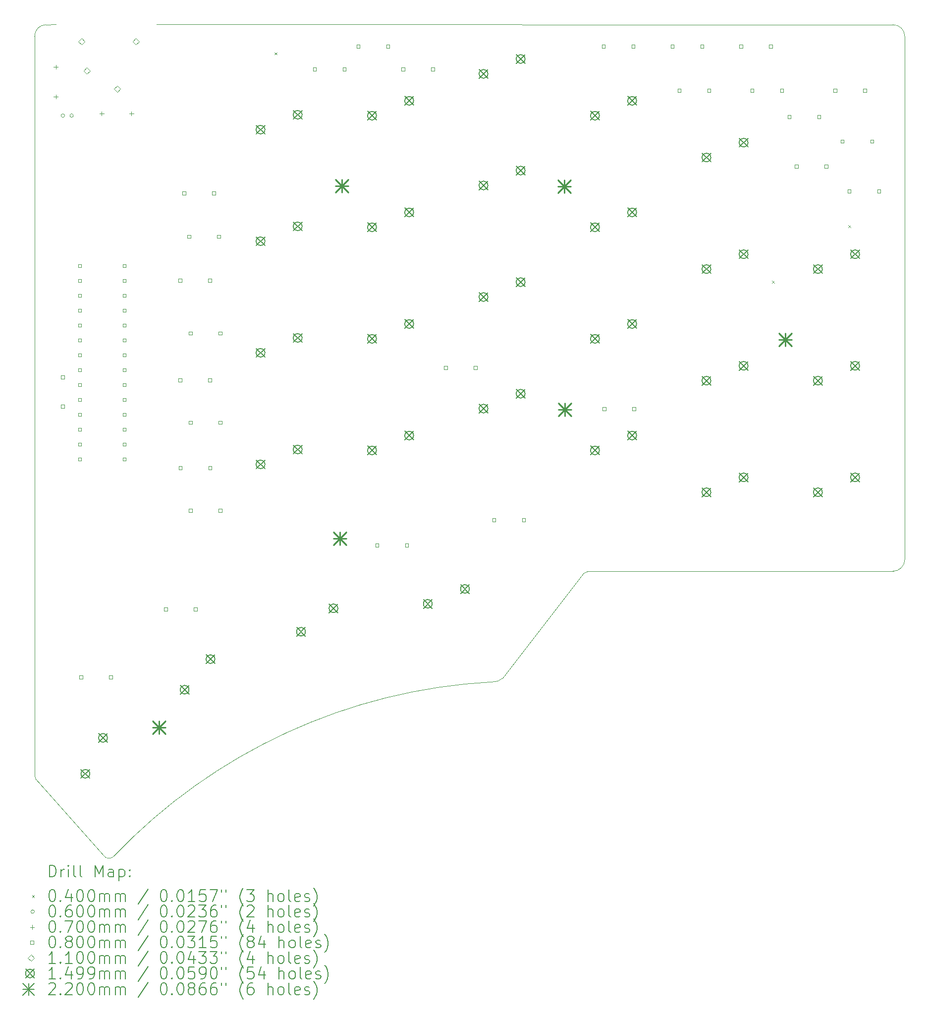
<source format=gbr>
%FSLAX45Y45*%
G04 Gerber Fmt 4.5, Leading zero omitted, Abs format (unit mm)*
G04 Created by KiCad (PCBNEW (6.0.5)) date 2022-10-04 21:40:48*
%MOMM*%
%LPD*%
G01*
G04 APERTURE LIST*
%TA.AperFunction,Profile*%
%ADD10C,0.100000*%
%TD*%
%ADD11C,0.200000*%
%ADD12C,0.040000*%
%ADD13C,0.060000*%
%ADD14C,0.070000*%
%ADD15C,0.080000*%
%ADD16C,0.110000*%
%ADD17C,0.149860*%
%ADD18C,0.220000*%
G04 APERTURE END LIST*
D10*
X-6146000Y-7200000D02*
G75*
G03*
X-6123000Y-7274000I176352J14238D01*
G01*
X8723000Y-3511000D02*
X8723000Y5418000D01*
X-5780000Y5620000D02*
X-5958000Y5617500D01*
X3372000Y-3714000D02*
G75*
G03*
X3231000Y-3754000I-7830J-240910D01*
G01*
X8523000Y-3713999D02*
G75*
G03*
X8723000Y-3511000I-2210J202200D01*
G01*
X-5958000Y5617500D02*
G75*
G03*
X-6146000Y5417000I6952J-194908D01*
G01*
X8523000Y5617000D02*
X-4060000Y5620000D01*
X-4962000Y-8575000D02*
X-6123000Y-7274000D01*
X3372000Y-3714000D02*
X8523000Y-3714000D01*
X-4962000Y-8575000D02*
G75*
G03*
X-4783000Y-8570000I87582J71176D01*
G01*
X1674000Y-5604000D02*
G75*
G03*
X-4783000Y-8570000I507601J-9616516D01*
G01*
X1847000Y-5543000D02*
X3231000Y-3754000D01*
X-6146000Y5417000D02*
X-6146000Y-7200000D01*
X8723000Y5418000D02*
G75*
G03*
X8523000Y5617000I-197610J1400D01*
G01*
X1674000Y-5603996D02*
G75*
G03*
X1847000Y-5543000I15170J232806D01*
G01*
D11*
D12*
X-2045000Y5145000D02*
X-2005000Y5105000D01*
X-2005000Y5145000D02*
X-2045000Y5105000D01*
X6455000Y1245000D02*
X6495000Y1205000D01*
X6495000Y1245000D02*
X6455000Y1205000D01*
X7755000Y2195000D02*
X7795000Y2155000D01*
X7795000Y2195000D02*
X7755000Y2155000D01*
D13*
X-5635000Y4065000D02*
G75*
G03*
X-5635000Y4065000I-30000J0D01*
G01*
X-5485000Y4065000D02*
G75*
G03*
X-5485000Y4065000I-30000J0D01*
G01*
D14*
X-5785000Y4933000D02*
X-5785000Y4863000D01*
X-5820000Y4898000D02*
X-5750000Y4898000D01*
X-5785000Y4425000D02*
X-5785000Y4355000D01*
X-5820000Y4390000D02*
X-5750000Y4390000D01*
X-4999000Y4135000D02*
X-4999000Y4065000D01*
X-5034000Y4100000D02*
X-4964000Y4100000D01*
X-4491000Y4135000D02*
X-4491000Y4065000D01*
X-4526000Y4100000D02*
X-4456000Y4100000D01*
D15*
X-5637715Y-427284D02*
X-5637715Y-370715D01*
X-5694284Y-370715D01*
X-5694284Y-427284D01*
X-5637715Y-427284D01*
X-5637715Y-927284D02*
X-5637715Y-870715D01*
X-5694284Y-870715D01*
X-5694284Y-927284D01*
X-5637715Y-927284D01*
X-5346716Y1471715D02*
X-5346716Y1528284D01*
X-5403285Y1528284D01*
X-5403285Y1471715D01*
X-5346716Y1471715D01*
X-5346716Y1217716D02*
X-5346716Y1274285D01*
X-5403285Y1274285D01*
X-5403285Y1217716D01*
X-5346716Y1217716D01*
X-5346716Y963715D02*
X-5346716Y1020284D01*
X-5403285Y1020284D01*
X-5403285Y963715D01*
X-5346716Y963715D01*
X-5346716Y709715D02*
X-5346716Y766284D01*
X-5403285Y766284D01*
X-5403285Y709715D01*
X-5346716Y709715D01*
X-5346716Y455715D02*
X-5346716Y512284D01*
X-5403285Y512284D01*
X-5403285Y455715D01*
X-5346716Y455715D01*
X-5346716Y201715D02*
X-5346716Y258284D01*
X-5403285Y258284D01*
X-5403285Y201715D01*
X-5346716Y201715D01*
X-5346716Y-52284D02*
X-5346716Y4285D01*
X-5403285Y4285D01*
X-5403285Y-52284D01*
X-5346716Y-52284D01*
X-5346716Y-306285D02*
X-5346716Y-249715D01*
X-5403285Y-249715D01*
X-5403285Y-306285D01*
X-5346716Y-306285D01*
X-5346716Y-560285D02*
X-5346716Y-503715D01*
X-5403285Y-503715D01*
X-5403285Y-560285D01*
X-5346716Y-560285D01*
X-5346716Y-814284D02*
X-5346716Y-757715D01*
X-5403285Y-757715D01*
X-5403285Y-814284D01*
X-5346716Y-814284D01*
X-5346716Y-1068285D02*
X-5346716Y-1011715D01*
X-5403285Y-1011715D01*
X-5403285Y-1068285D01*
X-5346716Y-1068285D01*
X-5346716Y-1322285D02*
X-5346716Y-1265716D01*
X-5403285Y-1265716D01*
X-5403285Y-1322285D01*
X-5346716Y-1322285D01*
X-5346716Y-1576284D02*
X-5346716Y-1519715D01*
X-5403285Y-1519715D01*
X-5403285Y-1576284D01*
X-5346716Y-1576284D01*
X-5346716Y-1830284D02*
X-5346716Y-1773715D01*
X-5403285Y-1773715D01*
X-5403285Y-1830284D01*
X-5346716Y-1830284D01*
X-5326716Y-5548285D02*
X-5326716Y-5491716D01*
X-5383285Y-5491716D01*
X-5383285Y-5548285D01*
X-5326716Y-5548285D01*
X-4818716Y-5548285D02*
X-4818716Y-5491716D01*
X-4875285Y-5491716D01*
X-4875285Y-5548285D01*
X-4818716Y-5548285D01*
X-4584716Y1471715D02*
X-4584716Y1528284D01*
X-4641285Y1528284D01*
X-4641285Y1471715D01*
X-4584716Y1471715D01*
X-4584716Y1217716D02*
X-4584716Y1274285D01*
X-4641285Y1274285D01*
X-4641285Y1217716D01*
X-4584716Y1217716D01*
X-4584716Y963715D02*
X-4584716Y1020284D01*
X-4641285Y1020284D01*
X-4641285Y963715D01*
X-4584716Y963715D01*
X-4584716Y709715D02*
X-4584716Y766284D01*
X-4641285Y766284D01*
X-4641285Y709715D01*
X-4584716Y709715D01*
X-4584716Y455715D02*
X-4584716Y512284D01*
X-4641285Y512284D01*
X-4641285Y455715D01*
X-4584716Y455715D01*
X-4584716Y201715D02*
X-4584716Y258284D01*
X-4641285Y258284D01*
X-4641285Y201715D01*
X-4584716Y201715D01*
X-4584716Y-52284D02*
X-4584716Y4285D01*
X-4641285Y4285D01*
X-4641285Y-52284D01*
X-4584716Y-52284D01*
X-4584716Y-306285D02*
X-4584716Y-249715D01*
X-4641285Y-249715D01*
X-4641285Y-306285D01*
X-4584716Y-306285D01*
X-4584716Y-560285D02*
X-4584716Y-503715D01*
X-4641285Y-503715D01*
X-4641285Y-560285D01*
X-4584716Y-560285D01*
X-4584716Y-814284D02*
X-4584716Y-757715D01*
X-4641285Y-757715D01*
X-4641285Y-814284D01*
X-4584716Y-814284D01*
X-4584716Y-1068285D02*
X-4584716Y-1011715D01*
X-4641285Y-1011715D01*
X-4641285Y-1068285D01*
X-4584716Y-1068285D01*
X-4584716Y-1322285D02*
X-4584716Y-1265716D01*
X-4641285Y-1265716D01*
X-4641285Y-1322285D01*
X-4584716Y-1322285D01*
X-4584716Y-1576284D02*
X-4584716Y-1519715D01*
X-4641285Y-1519715D01*
X-4641285Y-1576284D01*
X-4584716Y-1576284D01*
X-4584716Y-1830284D02*
X-4584716Y-1773715D01*
X-4641285Y-1773715D01*
X-4641285Y-1830284D01*
X-4584716Y-1830284D01*
X-3876715Y-4393285D02*
X-3876715Y-4336716D01*
X-3933284Y-4336716D01*
X-3933284Y-4393285D01*
X-3876715Y-4393285D01*
X-3630345Y1221716D02*
X-3630345Y1278285D01*
X-3686914Y1278285D01*
X-3686914Y1221716D01*
X-3630345Y1221716D01*
X-3630345Y-478284D02*
X-3630345Y-421715D01*
X-3686914Y-421715D01*
X-3686914Y-478284D01*
X-3630345Y-478284D01*
X-3628465Y-1978284D02*
X-3628465Y-1921715D01*
X-3685034Y-1921715D01*
X-3685034Y-1978284D01*
X-3628465Y-1978284D01*
X-3564715Y2711716D02*
X-3564715Y2768285D01*
X-3621284Y2768285D01*
X-3621284Y2711716D01*
X-3564715Y2711716D01*
X-3480345Y1971715D02*
X-3480345Y2028284D01*
X-3536914Y2028284D01*
X-3536914Y1971715D01*
X-3480345Y1971715D01*
X-3455345Y321716D02*
X-3455345Y378284D01*
X-3511914Y378284D01*
X-3511914Y321716D01*
X-3455345Y321716D01*
X-3455345Y-1203285D02*
X-3455345Y-1146716D01*
X-3511914Y-1146716D01*
X-3511914Y-1203285D01*
X-3455345Y-1203285D01*
X-3453465Y-2703285D02*
X-3453465Y-2646716D01*
X-3510034Y-2646716D01*
X-3510034Y-2703285D01*
X-3453465Y-2703285D01*
X-3368715Y-4393285D02*
X-3368715Y-4336716D01*
X-3425284Y-4336716D01*
X-3425284Y-4393285D01*
X-3368715Y-4393285D01*
X-3122345Y1221716D02*
X-3122345Y1278285D01*
X-3178914Y1278285D01*
X-3178914Y1221716D01*
X-3122345Y1221716D01*
X-3122345Y-478284D02*
X-3122345Y-421715D01*
X-3178914Y-421715D01*
X-3178914Y-478284D01*
X-3122345Y-478284D01*
X-3120465Y-1978284D02*
X-3120465Y-1921715D01*
X-3177034Y-1921715D01*
X-3177034Y-1978284D01*
X-3120465Y-1978284D01*
X-3056715Y2711716D02*
X-3056715Y2768285D01*
X-3113284Y2768285D01*
X-3113284Y2711716D01*
X-3056715Y2711716D01*
X-2972345Y1971715D02*
X-2972345Y2028284D01*
X-3028914Y2028284D01*
X-3028914Y1971715D01*
X-2972345Y1971715D01*
X-2947345Y321716D02*
X-2947345Y378284D01*
X-3003914Y378284D01*
X-3003914Y321716D01*
X-2947345Y321716D01*
X-2947345Y-1203285D02*
X-2947345Y-1146716D01*
X-3003914Y-1146716D01*
X-3003914Y-1203285D01*
X-2947345Y-1203285D01*
X-2945465Y-2703285D02*
X-2945465Y-2646716D01*
X-3002034Y-2646716D01*
X-3002034Y-2703285D01*
X-2945465Y-2703285D01*
X-1334716Y4831716D02*
X-1334716Y4888285D01*
X-1391285Y4888285D01*
X-1391285Y4831716D01*
X-1334716Y4831716D01*
X-826715Y4831716D02*
X-826715Y4888285D01*
X-883284Y4888285D01*
X-883284Y4831716D01*
X-826715Y4831716D01*
X-589716Y5216716D02*
X-589716Y5273285D01*
X-646285Y5273285D01*
X-646285Y5216716D01*
X-589716Y5216716D01*
X-266716Y-3298284D02*
X-266716Y-3241715D01*
X-323285Y-3241715D01*
X-323285Y-3298284D01*
X-266716Y-3298284D01*
X-81716Y5216716D02*
X-81716Y5273285D01*
X-138285Y5273285D01*
X-138285Y5216716D01*
X-81716Y5216716D01*
X175284Y4831716D02*
X175284Y4888285D01*
X118715Y4888285D01*
X118715Y4831716D01*
X175284Y4831716D01*
X241284Y-3298284D02*
X241284Y-3241715D01*
X184715Y-3241715D01*
X184715Y-3298284D01*
X241284Y-3298284D01*
X683285Y4831716D02*
X683285Y4888285D01*
X626716Y4888285D01*
X626716Y4831716D01*
X683285Y4831716D01*
X905284Y-268285D02*
X905284Y-211715D01*
X848715Y-211715D01*
X848715Y-268285D01*
X905284Y-268285D01*
X1413284Y-268285D02*
X1413284Y-211715D01*
X1356716Y-211715D01*
X1356716Y-268285D01*
X1413284Y-268285D01*
X1732034Y-2868284D02*
X1732034Y-2811715D01*
X1675465Y-2811715D01*
X1675465Y-2868284D01*
X1732034Y-2868284D01*
X2240035Y-2868284D02*
X2240035Y-2811715D01*
X2183466Y-2811715D01*
X2183466Y-2868284D01*
X2240035Y-2868284D01*
X3603284Y5221716D02*
X3603284Y5278285D01*
X3546715Y5278285D01*
X3546715Y5221716D01*
X3603284Y5221716D01*
X3616534Y-968284D02*
X3616534Y-911715D01*
X3559965Y-911715D01*
X3559965Y-968284D01*
X3616534Y-968284D01*
X4111284Y5221716D02*
X4111284Y5278285D01*
X4054715Y5278285D01*
X4054715Y5221716D01*
X4111284Y5221716D01*
X4124534Y-968284D02*
X4124534Y-911715D01*
X4067965Y-911715D01*
X4067965Y-968284D01*
X4124534Y-968284D01*
X4778285Y5221716D02*
X4778285Y5278285D01*
X4721716Y5278285D01*
X4721716Y5221716D01*
X4778285Y5221716D01*
X4898285Y4466716D02*
X4898285Y4523285D01*
X4841716Y4523285D01*
X4841716Y4466716D01*
X4898285Y4466716D01*
X5286285Y5221716D02*
X5286285Y5278285D01*
X5229716Y5278285D01*
X5229716Y5221716D01*
X5286285Y5221716D01*
X5406285Y4466716D02*
X5406285Y4523285D01*
X5349716Y4523285D01*
X5349716Y4466716D01*
X5406285Y4466716D01*
X5952034Y5216716D02*
X5952034Y5273285D01*
X5895465Y5273285D01*
X5895465Y5216716D01*
X5952034Y5216716D01*
X6143284Y4466716D02*
X6143284Y4523285D01*
X6086715Y4523285D01*
X6086715Y4466716D01*
X6143284Y4466716D01*
X6460034Y5216716D02*
X6460034Y5273285D01*
X6403465Y5273285D01*
X6403465Y5216716D01*
X6460034Y5216716D01*
X6651284Y4466716D02*
X6651284Y4523285D01*
X6594715Y4523285D01*
X6594715Y4466716D01*
X6651284Y4466716D01*
X6778284Y4016715D02*
X6778284Y4073284D01*
X6721715Y4073284D01*
X6721715Y4016715D01*
X6778284Y4016715D01*
X6898284Y3171715D02*
X6898284Y3228284D01*
X6841715Y3228284D01*
X6841715Y3171715D01*
X6898284Y3171715D01*
X7286284Y4016715D02*
X7286284Y4073284D01*
X7229715Y4073284D01*
X7229715Y4016715D01*
X7286284Y4016715D01*
X7406284Y3171715D02*
X7406284Y3228284D01*
X7349715Y3228284D01*
X7349715Y3171715D01*
X7406284Y3171715D01*
X7558284Y4466716D02*
X7558284Y4523285D01*
X7501715Y4523285D01*
X7501715Y4466716D01*
X7558284Y4466716D01*
X7683284Y3596715D02*
X7683284Y3653284D01*
X7626715Y3653284D01*
X7626715Y3596715D01*
X7683284Y3596715D01*
X7802034Y2746716D02*
X7802034Y2803284D01*
X7745465Y2803284D01*
X7745465Y2746716D01*
X7802034Y2746716D01*
X8066284Y4466716D02*
X8066284Y4523285D01*
X8009715Y4523285D01*
X8009715Y4466716D01*
X8066284Y4466716D01*
X8191284Y3596715D02*
X8191284Y3653284D01*
X8134715Y3653284D01*
X8134715Y3596715D01*
X8191284Y3596715D01*
X8310034Y2746716D02*
X8310034Y2803284D01*
X8253465Y2803284D01*
X8253465Y2746716D01*
X8310034Y2746716D01*
D16*
X-5345000Y5275000D02*
X-5290000Y5330000D01*
X-5345000Y5385000D01*
X-5400000Y5330000D01*
X-5345000Y5275000D01*
X-5255000Y4775000D02*
X-5200000Y4830000D01*
X-5255000Y4885000D01*
X-5310000Y4830000D01*
X-5255000Y4775000D01*
X-4735000Y4465000D02*
X-4680000Y4520000D01*
X-4735000Y4575000D01*
X-4790000Y4520000D01*
X-4735000Y4465000D01*
X-4415000Y5275000D02*
X-4360000Y5330000D01*
X-4415000Y5385000D01*
X-4470000Y5330000D01*
X-4415000Y5275000D01*
D17*
X-5355027Y-7097250D02*
X-5205167Y-7247110D01*
X-5205167Y-7097250D02*
X-5355027Y-7247110D01*
X-5205167Y-7172180D02*
G75*
G03*
X-5205167Y-7172180I-74930J0D01*
G01*
X-5053090Y-6483593D02*
X-4903230Y-6633453D01*
X-4903230Y-6483593D02*
X-5053090Y-6633453D01*
X-4903230Y-6558523D02*
G75*
G03*
X-4903230Y-6558523I-74930J0D01*
G01*
X-3657699Y-5662300D02*
X-3507839Y-5812160D01*
X-3507839Y-5662300D02*
X-3657699Y-5812160D01*
X-3507839Y-5737230D02*
G75*
G03*
X-3507839Y-5737230I-74930J0D01*
G01*
X-3216273Y-5139917D02*
X-3066413Y-5289777D01*
X-3066413Y-5139917D02*
X-3216273Y-5289777D01*
X-3066413Y-5214847D02*
G75*
G03*
X-3066413Y-5214847I-74930J0D01*
G01*
X-2360930Y3900810D02*
X-2211070Y3750950D01*
X-2211070Y3900810D02*
X-2360930Y3750950D01*
X-2211070Y3825880D02*
G75*
G03*
X-2211070Y3825880I-74930J0D01*
G01*
X-2360930Y1995810D02*
X-2211070Y1845950D01*
X-2211070Y1995810D02*
X-2360930Y1845950D01*
X-2211070Y1920880D02*
G75*
G03*
X-2211070Y1920880I-74930J0D01*
G01*
X-2360930Y90800D02*
X-2211070Y-59060D01*
X-2211070Y90800D02*
X-2360930Y-59060D01*
X-2211070Y15870D02*
G75*
G03*
X-2211070Y15870I-74930J0D01*
G01*
X-2360930Y-1814200D02*
X-2211070Y-1964060D01*
X-2211070Y-1814200D02*
X-2360930Y-1964060D01*
X-2211070Y-1889130D02*
G75*
G03*
X-2211070Y-1889130I-74930J0D01*
G01*
X-1725930Y4154810D02*
X-1576070Y4004950D01*
X-1576070Y4154810D02*
X-1725930Y4004950D01*
X-1576070Y4079880D02*
G75*
G03*
X-1576070Y4079880I-74930J0D01*
G01*
X-1725930Y2249810D02*
X-1576070Y2099950D01*
X-1576070Y2249810D02*
X-1725930Y2099950D01*
X-1576070Y2174880D02*
G75*
G03*
X-1576070Y2174880I-74930J0D01*
G01*
X-1725930Y344800D02*
X-1576070Y194940D01*
X-1576070Y344800D02*
X-1725930Y194940D01*
X-1576070Y269870D02*
G75*
G03*
X-1576070Y269870I-74930J0D01*
G01*
X-1725930Y-1560200D02*
X-1576070Y-1710060D01*
X-1576070Y-1560200D02*
X-1725930Y-1710060D01*
X-1576070Y-1635130D02*
G75*
G03*
X-1576070Y-1635130I-74930J0D01*
G01*
X-1669181Y-4672417D02*
X-1519321Y-4822277D01*
X-1519321Y-4672417D02*
X-1669181Y-4822277D01*
X-1519321Y-4747347D02*
G75*
G03*
X-1519321Y-4747347I-74930J0D01*
G01*
X-1114491Y-4272342D02*
X-964631Y-4422202D01*
X-964631Y-4272342D02*
X-1114491Y-4422202D01*
X-964631Y-4347272D02*
G75*
G03*
X-964631Y-4347272I-74930J0D01*
G01*
X-455930Y4138930D02*
X-306070Y3989070D01*
X-306070Y4138930D02*
X-455930Y3989070D01*
X-306070Y4064000D02*
G75*
G03*
X-306070Y4064000I-74930J0D01*
G01*
X-455930Y2233930D02*
X-306070Y2084070D01*
X-306070Y2233930D02*
X-455930Y2084070D01*
X-306070Y2159000D02*
G75*
G03*
X-306070Y2159000I-74930J0D01*
G01*
X-455930Y328930D02*
X-306070Y179070D01*
X-306070Y328930D02*
X-455930Y179070D01*
X-306070Y254000D02*
G75*
G03*
X-306070Y254000I-74930J0D01*
G01*
X-455930Y-1576070D02*
X-306070Y-1725930D01*
X-306070Y-1576070D02*
X-455930Y-1725930D01*
X-306070Y-1651000D02*
G75*
G03*
X-306070Y-1651000I-74930J0D01*
G01*
X179070Y4392930D02*
X328930Y4243070D01*
X328930Y4392930D02*
X179070Y4243070D01*
X328930Y4318000D02*
G75*
G03*
X328930Y4318000I-74930J0D01*
G01*
X179070Y2487930D02*
X328930Y2338070D01*
X328930Y2487930D02*
X179070Y2338070D01*
X328930Y2413000D02*
G75*
G03*
X328930Y2413000I-74930J0D01*
G01*
X179070Y582930D02*
X328930Y433070D01*
X328930Y582930D02*
X179070Y433070D01*
X328930Y508000D02*
G75*
G03*
X328930Y508000I-74930J0D01*
G01*
X179070Y-1322070D02*
X328930Y-1471930D01*
X328930Y-1322070D02*
X179070Y-1471930D01*
X328930Y-1397000D02*
G75*
G03*
X328930Y-1397000I-74930J0D01*
G01*
X496570Y-4195450D02*
X646430Y-4345310D01*
X646430Y-4195450D02*
X496570Y-4345310D01*
X646430Y-4270380D02*
G75*
G03*
X646430Y-4270380I-74930J0D01*
G01*
X1131570Y-3941450D02*
X1281430Y-4091310D01*
X1281430Y-3941450D02*
X1131570Y-4091310D01*
X1281430Y-4016380D02*
G75*
G03*
X1281430Y-4016380I-74930J0D01*
G01*
X1449070Y4853310D02*
X1598930Y4703450D01*
X1598930Y4853310D02*
X1449070Y4703450D01*
X1598930Y4778380D02*
G75*
G03*
X1598930Y4778380I-74930J0D01*
G01*
X1449070Y2948310D02*
X1598930Y2798450D01*
X1598930Y2948310D02*
X1449070Y2798450D01*
X1598930Y2873380D02*
G75*
G03*
X1598930Y2873380I-74930J0D01*
G01*
X1449070Y1043310D02*
X1598930Y893450D01*
X1598930Y1043310D02*
X1449070Y893450D01*
X1598930Y968380D02*
G75*
G03*
X1598930Y968380I-74930J0D01*
G01*
X1449070Y-861700D02*
X1598930Y-1011560D01*
X1598930Y-861700D02*
X1449070Y-1011560D01*
X1598930Y-936630D02*
G75*
G03*
X1598930Y-936630I-74930J0D01*
G01*
X2084070Y5107310D02*
X2233930Y4957450D01*
X2233930Y5107310D02*
X2084070Y4957450D01*
X2233930Y5032380D02*
G75*
G03*
X2233930Y5032380I-74930J0D01*
G01*
X2084070Y3202310D02*
X2233930Y3052450D01*
X2233930Y3202310D02*
X2084070Y3052450D01*
X2233930Y3127380D02*
G75*
G03*
X2233930Y3127380I-74930J0D01*
G01*
X2084070Y1297310D02*
X2233930Y1147450D01*
X2233930Y1297310D02*
X2084070Y1147450D01*
X2233930Y1222380D02*
G75*
G03*
X2233930Y1222380I-74930J0D01*
G01*
X2084070Y-607700D02*
X2233930Y-757560D01*
X2233930Y-607700D02*
X2084070Y-757560D01*
X2233930Y-682630D02*
G75*
G03*
X2233930Y-682630I-74930J0D01*
G01*
X3354070Y4138930D02*
X3503930Y3989070D01*
X3503930Y4138930D02*
X3354070Y3989070D01*
X3503930Y4064000D02*
G75*
G03*
X3503930Y4064000I-74930J0D01*
G01*
X3354070Y2233930D02*
X3503930Y2084070D01*
X3503930Y2233930D02*
X3354070Y2084070D01*
X3503930Y2159000D02*
G75*
G03*
X3503930Y2159000I-74930J0D01*
G01*
X3354070Y328930D02*
X3503930Y179070D01*
X3503930Y328930D02*
X3354070Y179070D01*
X3503930Y254000D02*
G75*
G03*
X3503930Y254000I-74930J0D01*
G01*
X3354070Y-1576070D02*
X3503930Y-1725930D01*
X3503930Y-1576070D02*
X3354070Y-1725930D01*
X3503930Y-1651000D02*
G75*
G03*
X3503930Y-1651000I-74930J0D01*
G01*
X3989070Y4392930D02*
X4138930Y4243070D01*
X4138930Y4392930D02*
X3989070Y4243070D01*
X4138930Y4318000D02*
G75*
G03*
X4138930Y4318000I-74930J0D01*
G01*
X3989070Y2487930D02*
X4138930Y2338070D01*
X4138930Y2487930D02*
X3989070Y2338070D01*
X4138930Y2413000D02*
G75*
G03*
X4138930Y2413000I-74930J0D01*
G01*
X3989070Y582930D02*
X4138930Y433070D01*
X4138930Y582930D02*
X3989070Y433070D01*
X4138930Y508000D02*
G75*
G03*
X4138930Y508000I-74930J0D01*
G01*
X3989070Y-1322070D02*
X4138930Y-1471930D01*
X4138930Y-1322070D02*
X3989070Y-1471930D01*
X4138930Y-1397000D02*
G75*
G03*
X4138930Y-1397000I-74930J0D01*
G01*
X5259070Y3424560D02*
X5408930Y3274700D01*
X5408930Y3424560D02*
X5259070Y3274700D01*
X5408930Y3349630D02*
G75*
G03*
X5408930Y3349630I-74930J0D01*
G01*
X5259070Y1519560D02*
X5408930Y1369700D01*
X5408930Y1519560D02*
X5259070Y1369700D01*
X5408930Y1444630D02*
G75*
G03*
X5408930Y1444630I-74930J0D01*
G01*
X5259070Y-385450D02*
X5408930Y-535310D01*
X5408930Y-385450D02*
X5259070Y-535310D01*
X5408930Y-460380D02*
G75*
G03*
X5408930Y-460380I-74930J0D01*
G01*
X5259070Y-2290450D02*
X5408930Y-2440310D01*
X5408930Y-2290450D02*
X5259070Y-2440310D01*
X5408930Y-2365380D02*
G75*
G03*
X5408930Y-2365380I-74930J0D01*
G01*
X5894070Y3678560D02*
X6043930Y3528700D01*
X6043930Y3678560D02*
X5894070Y3528700D01*
X6043930Y3603630D02*
G75*
G03*
X6043930Y3603630I-74930J0D01*
G01*
X5894070Y1773560D02*
X6043930Y1623700D01*
X6043930Y1773560D02*
X5894070Y1623700D01*
X6043930Y1698630D02*
G75*
G03*
X6043930Y1698630I-74930J0D01*
G01*
X5894070Y-131450D02*
X6043930Y-281310D01*
X6043930Y-131450D02*
X5894070Y-281310D01*
X6043930Y-206380D02*
G75*
G03*
X6043930Y-206380I-74930J0D01*
G01*
X5894070Y-2036450D02*
X6043930Y-2186310D01*
X6043930Y-2036450D02*
X5894070Y-2186310D01*
X6043930Y-2111380D02*
G75*
G03*
X6043930Y-2111380I-74930J0D01*
G01*
X7164070Y1519560D02*
X7313930Y1369700D01*
X7313930Y1519560D02*
X7164070Y1369700D01*
X7313930Y1444630D02*
G75*
G03*
X7313930Y1444630I-74930J0D01*
G01*
X7164070Y-385450D02*
X7313930Y-535310D01*
X7313930Y-385450D02*
X7164070Y-535310D01*
X7313930Y-460380D02*
G75*
G03*
X7313930Y-460380I-74930J0D01*
G01*
X7164070Y-2290450D02*
X7313930Y-2440310D01*
X7313930Y-2290450D02*
X7164070Y-2440310D01*
X7313930Y-2365380D02*
G75*
G03*
X7313930Y-2365380I-74930J0D01*
G01*
X7799070Y1773560D02*
X7948930Y1623700D01*
X7948930Y1773560D02*
X7799070Y1623700D01*
X7948930Y1698630D02*
G75*
G03*
X7948930Y1698630I-74930J0D01*
G01*
X7799070Y-131450D02*
X7948930Y-281310D01*
X7948930Y-131450D02*
X7799070Y-281310D01*
X7948930Y-206380D02*
G75*
G03*
X7948930Y-206380I-74930J0D01*
G01*
X7799070Y-2036450D02*
X7948930Y-2186310D01*
X7948930Y-2036450D02*
X7799070Y-2186310D01*
X7948930Y-2111380D02*
G75*
G03*
X7948930Y-2111380I-74930J0D01*
G01*
D18*
X-4133000Y-6272000D02*
X-3913000Y-6492000D01*
X-3913000Y-6272000D02*
X-4133000Y-6492000D01*
X-4023000Y-6272000D02*
X-4023000Y-6492000D01*
X-4133000Y-6382000D02*
X-3913000Y-6382000D01*
X-1040000Y-3042000D02*
X-820000Y-3262000D01*
X-820000Y-3042000D02*
X-1040000Y-3262000D01*
X-930000Y-3042000D02*
X-930000Y-3262000D01*
X-1040000Y-3152000D02*
X-820000Y-3152000D01*
X-1010000Y2970000D02*
X-790000Y2750000D01*
X-790000Y2970000D02*
X-1010000Y2750000D01*
X-900000Y2970000D02*
X-900000Y2750000D01*
X-1010000Y2860000D02*
X-790000Y2860000D01*
X2799000Y2969000D02*
X3019000Y2749000D01*
X3019000Y2969000D02*
X2799000Y2749000D01*
X2909000Y2969000D02*
X2909000Y2749000D01*
X2799000Y2859000D02*
X3019000Y2859000D01*
X2805000Y-845000D02*
X3025000Y-1065000D01*
X3025000Y-845000D02*
X2805000Y-1065000D01*
X2915000Y-845000D02*
X2915000Y-1065000D01*
X2805000Y-955000D02*
X3025000Y-955000D01*
X6570000Y350000D02*
X6790000Y130000D01*
X6790000Y350000D02*
X6570000Y130000D01*
X6680000Y350000D02*
X6680000Y130000D01*
X6570000Y240000D02*
X6790000Y240000D01*
D11*
X-5893461Y-8932157D02*
X-5893461Y-8732157D01*
X-5845842Y-8732157D01*
X-5817271Y-8741681D01*
X-5798223Y-8760728D01*
X-5788699Y-8779776D01*
X-5779175Y-8817871D01*
X-5779175Y-8846442D01*
X-5788699Y-8884538D01*
X-5798223Y-8903585D01*
X-5817271Y-8922633D01*
X-5845842Y-8932157D01*
X-5893461Y-8932157D01*
X-5693461Y-8932157D02*
X-5693461Y-8798823D01*
X-5693461Y-8836919D02*
X-5683937Y-8817871D01*
X-5674413Y-8808347D01*
X-5655366Y-8798823D01*
X-5636318Y-8798823D01*
X-5569652Y-8932157D02*
X-5569652Y-8798823D01*
X-5569652Y-8732157D02*
X-5579175Y-8741681D01*
X-5569652Y-8751204D01*
X-5560128Y-8741681D01*
X-5569652Y-8732157D01*
X-5569652Y-8751204D01*
X-5445842Y-8932157D02*
X-5464890Y-8922633D01*
X-5474414Y-8903585D01*
X-5474414Y-8732157D01*
X-5341080Y-8932157D02*
X-5360128Y-8922633D01*
X-5369652Y-8903585D01*
X-5369652Y-8732157D01*
X-5112509Y-8932157D02*
X-5112509Y-8732157D01*
X-5045842Y-8875014D01*
X-4979175Y-8732157D01*
X-4979175Y-8932157D01*
X-4798223Y-8932157D02*
X-4798223Y-8827395D01*
X-4807747Y-8808347D01*
X-4826794Y-8798823D01*
X-4864890Y-8798823D01*
X-4883937Y-8808347D01*
X-4798223Y-8922633D02*
X-4817271Y-8932157D01*
X-4864890Y-8932157D01*
X-4883937Y-8922633D01*
X-4893461Y-8903585D01*
X-4893461Y-8884538D01*
X-4883937Y-8865490D01*
X-4864890Y-8855966D01*
X-4817271Y-8855966D01*
X-4798223Y-8846442D01*
X-4702985Y-8798823D02*
X-4702985Y-8998823D01*
X-4702985Y-8808347D02*
X-4683937Y-8798823D01*
X-4645842Y-8798823D01*
X-4626794Y-8808347D01*
X-4617271Y-8817871D01*
X-4607747Y-8836919D01*
X-4607747Y-8894061D01*
X-4617271Y-8913109D01*
X-4626794Y-8922633D01*
X-4645842Y-8932157D01*
X-4683937Y-8932157D01*
X-4702985Y-8922633D01*
X-4522033Y-8913109D02*
X-4512509Y-8922633D01*
X-4522033Y-8932157D01*
X-4531556Y-8922633D01*
X-4522033Y-8913109D01*
X-4522033Y-8932157D01*
X-4522033Y-8808347D02*
X-4512509Y-8817871D01*
X-4522033Y-8827395D01*
X-4531556Y-8817871D01*
X-4522033Y-8808347D01*
X-4522033Y-8827395D01*
D12*
X-6191080Y-9241681D02*
X-6151080Y-9281681D01*
X-6151080Y-9241681D02*
X-6191080Y-9281681D01*
D11*
X-5855366Y-9152157D02*
X-5836318Y-9152157D01*
X-5817271Y-9161681D01*
X-5807747Y-9171204D01*
X-5798223Y-9190252D01*
X-5788699Y-9228347D01*
X-5788699Y-9275966D01*
X-5798223Y-9314061D01*
X-5807747Y-9333109D01*
X-5817271Y-9342633D01*
X-5836318Y-9352157D01*
X-5855366Y-9352157D01*
X-5874413Y-9342633D01*
X-5883937Y-9333109D01*
X-5893461Y-9314061D01*
X-5902985Y-9275966D01*
X-5902985Y-9228347D01*
X-5893461Y-9190252D01*
X-5883937Y-9171204D01*
X-5874413Y-9161681D01*
X-5855366Y-9152157D01*
X-5702985Y-9333109D02*
X-5693461Y-9342633D01*
X-5702985Y-9352157D01*
X-5712509Y-9342633D01*
X-5702985Y-9333109D01*
X-5702985Y-9352157D01*
X-5522033Y-9218823D02*
X-5522033Y-9352157D01*
X-5569652Y-9142633D02*
X-5617271Y-9285490D01*
X-5493461Y-9285490D01*
X-5379175Y-9152157D02*
X-5360128Y-9152157D01*
X-5341080Y-9161681D01*
X-5331556Y-9171204D01*
X-5322033Y-9190252D01*
X-5312509Y-9228347D01*
X-5312509Y-9275966D01*
X-5322033Y-9314061D01*
X-5331556Y-9333109D01*
X-5341080Y-9342633D01*
X-5360128Y-9352157D01*
X-5379175Y-9352157D01*
X-5398223Y-9342633D01*
X-5407747Y-9333109D01*
X-5417271Y-9314061D01*
X-5426794Y-9275966D01*
X-5426794Y-9228347D01*
X-5417271Y-9190252D01*
X-5407747Y-9171204D01*
X-5398223Y-9161681D01*
X-5379175Y-9152157D01*
X-5188699Y-9152157D02*
X-5169652Y-9152157D01*
X-5150604Y-9161681D01*
X-5141080Y-9171204D01*
X-5131556Y-9190252D01*
X-5122033Y-9228347D01*
X-5122033Y-9275966D01*
X-5131556Y-9314061D01*
X-5141080Y-9333109D01*
X-5150604Y-9342633D01*
X-5169652Y-9352157D01*
X-5188699Y-9352157D01*
X-5207747Y-9342633D01*
X-5217271Y-9333109D01*
X-5226794Y-9314061D01*
X-5236318Y-9275966D01*
X-5236318Y-9228347D01*
X-5226794Y-9190252D01*
X-5217271Y-9171204D01*
X-5207747Y-9161681D01*
X-5188699Y-9152157D01*
X-5036318Y-9352157D02*
X-5036318Y-9218823D01*
X-5036318Y-9237871D02*
X-5026794Y-9228347D01*
X-5007747Y-9218823D01*
X-4979175Y-9218823D01*
X-4960128Y-9228347D01*
X-4950604Y-9247395D01*
X-4950604Y-9352157D01*
X-4950604Y-9247395D02*
X-4941080Y-9228347D01*
X-4922033Y-9218823D01*
X-4893461Y-9218823D01*
X-4874414Y-9228347D01*
X-4864890Y-9247395D01*
X-4864890Y-9352157D01*
X-4769652Y-9352157D02*
X-4769652Y-9218823D01*
X-4769652Y-9237871D02*
X-4760128Y-9228347D01*
X-4741080Y-9218823D01*
X-4712509Y-9218823D01*
X-4693461Y-9228347D01*
X-4683937Y-9247395D01*
X-4683937Y-9352157D01*
X-4683937Y-9247395D02*
X-4674414Y-9228347D01*
X-4655366Y-9218823D01*
X-4626794Y-9218823D01*
X-4607747Y-9228347D01*
X-4598223Y-9247395D01*
X-4598223Y-9352157D01*
X-4207747Y-9142633D02*
X-4379175Y-9399776D01*
X-3950604Y-9152157D02*
X-3931556Y-9152157D01*
X-3912509Y-9161681D01*
X-3902985Y-9171204D01*
X-3893461Y-9190252D01*
X-3883937Y-9228347D01*
X-3883937Y-9275966D01*
X-3893461Y-9314061D01*
X-3902985Y-9333109D01*
X-3912509Y-9342633D01*
X-3931556Y-9352157D01*
X-3950604Y-9352157D01*
X-3969652Y-9342633D01*
X-3979175Y-9333109D01*
X-3988699Y-9314061D01*
X-3998223Y-9275966D01*
X-3998223Y-9228347D01*
X-3988699Y-9190252D01*
X-3979175Y-9171204D01*
X-3969652Y-9161681D01*
X-3950604Y-9152157D01*
X-3798223Y-9333109D02*
X-3788699Y-9342633D01*
X-3798223Y-9352157D01*
X-3807747Y-9342633D01*
X-3798223Y-9333109D01*
X-3798223Y-9352157D01*
X-3664890Y-9152157D02*
X-3645842Y-9152157D01*
X-3626794Y-9161681D01*
X-3617271Y-9171204D01*
X-3607747Y-9190252D01*
X-3598223Y-9228347D01*
X-3598223Y-9275966D01*
X-3607747Y-9314061D01*
X-3617271Y-9333109D01*
X-3626794Y-9342633D01*
X-3645842Y-9352157D01*
X-3664890Y-9352157D01*
X-3683937Y-9342633D01*
X-3693461Y-9333109D01*
X-3702985Y-9314061D01*
X-3712509Y-9275966D01*
X-3712509Y-9228347D01*
X-3702985Y-9190252D01*
X-3693461Y-9171204D01*
X-3683937Y-9161681D01*
X-3664890Y-9152157D01*
X-3407747Y-9352157D02*
X-3522032Y-9352157D01*
X-3464890Y-9352157D02*
X-3464890Y-9152157D01*
X-3483937Y-9180728D01*
X-3502985Y-9199776D01*
X-3522032Y-9209300D01*
X-3226794Y-9152157D02*
X-3322032Y-9152157D01*
X-3331556Y-9247395D01*
X-3322032Y-9237871D01*
X-3302985Y-9228347D01*
X-3255366Y-9228347D01*
X-3236318Y-9237871D01*
X-3226794Y-9247395D01*
X-3217271Y-9266442D01*
X-3217271Y-9314061D01*
X-3226794Y-9333109D01*
X-3236318Y-9342633D01*
X-3255366Y-9352157D01*
X-3302985Y-9352157D01*
X-3322032Y-9342633D01*
X-3331556Y-9333109D01*
X-3150604Y-9152157D02*
X-3017271Y-9152157D01*
X-3102985Y-9352157D01*
X-2950604Y-9152157D02*
X-2950604Y-9190252D01*
X-2874413Y-9152157D02*
X-2874413Y-9190252D01*
X-2579175Y-9428347D02*
X-2588699Y-9418823D01*
X-2607747Y-9390252D01*
X-2617271Y-9371204D01*
X-2626794Y-9342633D01*
X-2636318Y-9295014D01*
X-2636318Y-9256919D01*
X-2626794Y-9209300D01*
X-2617271Y-9180728D01*
X-2607747Y-9161681D01*
X-2588699Y-9133109D01*
X-2579175Y-9123585D01*
X-2522033Y-9152157D02*
X-2398223Y-9152157D01*
X-2464890Y-9228347D01*
X-2436318Y-9228347D01*
X-2417271Y-9237871D01*
X-2407747Y-9247395D01*
X-2398223Y-9266442D01*
X-2398223Y-9314061D01*
X-2407747Y-9333109D01*
X-2417271Y-9342633D01*
X-2436318Y-9352157D01*
X-2493461Y-9352157D01*
X-2512509Y-9342633D01*
X-2522033Y-9333109D01*
X-2160128Y-9352157D02*
X-2160128Y-9152157D01*
X-2074413Y-9352157D02*
X-2074413Y-9247395D01*
X-2083937Y-9228347D01*
X-2102985Y-9218823D01*
X-2131556Y-9218823D01*
X-2150604Y-9228347D01*
X-2160128Y-9237871D01*
X-1950604Y-9352157D02*
X-1969652Y-9342633D01*
X-1979175Y-9333109D01*
X-1988699Y-9314061D01*
X-1988699Y-9256919D01*
X-1979175Y-9237871D01*
X-1969652Y-9228347D01*
X-1950604Y-9218823D01*
X-1922032Y-9218823D01*
X-1902985Y-9228347D01*
X-1893461Y-9237871D01*
X-1883937Y-9256919D01*
X-1883937Y-9314061D01*
X-1893461Y-9333109D01*
X-1902985Y-9342633D01*
X-1922032Y-9352157D01*
X-1950604Y-9352157D01*
X-1769652Y-9352157D02*
X-1788699Y-9342633D01*
X-1798223Y-9323585D01*
X-1798223Y-9152157D01*
X-1617271Y-9342633D02*
X-1636318Y-9352157D01*
X-1674413Y-9352157D01*
X-1693461Y-9342633D01*
X-1702985Y-9323585D01*
X-1702985Y-9247395D01*
X-1693461Y-9228347D01*
X-1674413Y-9218823D01*
X-1636318Y-9218823D01*
X-1617271Y-9228347D01*
X-1607747Y-9247395D01*
X-1607747Y-9266442D01*
X-1702985Y-9285490D01*
X-1531556Y-9342633D02*
X-1512509Y-9352157D01*
X-1474413Y-9352157D01*
X-1455366Y-9342633D01*
X-1445842Y-9323585D01*
X-1445842Y-9314061D01*
X-1455366Y-9295014D01*
X-1474413Y-9285490D01*
X-1502985Y-9285490D01*
X-1522032Y-9275966D01*
X-1531556Y-9256919D01*
X-1531556Y-9247395D01*
X-1522032Y-9228347D01*
X-1502985Y-9218823D01*
X-1474413Y-9218823D01*
X-1455366Y-9228347D01*
X-1379175Y-9428347D02*
X-1369652Y-9418823D01*
X-1350604Y-9390252D01*
X-1341080Y-9371204D01*
X-1331556Y-9342633D01*
X-1322033Y-9295014D01*
X-1322033Y-9256919D01*
X-1331556Y-9209300D01*
X-1341080Y-9180728D01*
X-1350604Y-9161681D01*
X-1369652Y-9133109D01*
X-1379175Y-9123585D01*
D13*
X-6151080Y-9525681D02*
G75*
G03*
X-6151080Y-9525681I-30000J0D01*
G01*
D11*
X-5855366Y-9416157D02*
X-5836318Y-9416157D01*
X-5817271Y-9425681D01*
X-5807747Y-9435204D01*
X-5798223Y-9454252D01*
X-5788699Y-9492347D01*
X-5788699Y-9539966D01*
X-5798223Y-9578061D01*
X-5807747Y-9597109D01*
X-5817271Y-9606633D01*
X-5836318Y-9616157D01*
X-5855366Y-9616157D01*
X-5874413Y-9606633D01*
X-5883937Y-9597109D01*
X-5893461Y-9578061D01*
X-5902985Y-9539966D01*
X-5902985Y-9492347D01*
X-5893461Y-9454252D01*
X-5883937Y-9435204D01*
X-5874413Y-9425681D01*
X-5855366Y-9416157D01*
X-5702985Y-9597109D02*
X-5693461Y-9606633D01*
X-5702985Y-9616157D01*
X-5712509Y-9606633D01*
X-5702985Y-9597109D01*
X-5702985Y-9616157D01*
X-5522033Y-9416157D02*
X-5560128Y-9416157D01*
X-5579175Y-9425681D01*
X-5588699Y-9435204D01*
X-5607747Y-9463776D01*
X-5617271Y-9501871D01*
X-5617271Y-9578061D01*
X-5607747Y-9597109D01*
X-5598223Y-9606633D01*
X-5579175Y-9616157D01*
X-5541080Y-9616157D01*
X-5522033Y-9606633D01*
X-5512509Y-9597109D01*
X-5502985Y-9578061D01*
X-5502985Y-9530442D01*
X-5512509Y-9511395D01*
X-5522033Y-9501871D01*
X-5541080Y-9492347D01*
X-5579175Y-9492347D01*
X-5598223Y-9501871D01*
X-5607747Y-9511395D01*
X-5617271Y-9530442D01*
X-5379175Y-9416157D02*
X-5360128Y-9416157D01*
X-5341080Y-9425681D01*
X-5331556Y-9435204D01*
X-5322033Y-9454252D01*
X-5312509Y-9492347D01*
X-5312509Y-9539966D01*
X-5322033Y-9578061D01*
X-5331556Y-9597109D01*
X-5341080Y-9606633D01*
X-5360128Y-9616157D01*
X-5379175Y-9616157D01*
X-5398223Y-9606633D01*
X-5407747Y-9597109D01*
X-5417271Y-9578061D01*
X-5426794Y-9539966D01*
X-5426794Y-9492347D01*
X-5417271Y-9454252D01*
X-5407747Y-9435204D01*
X-5398223Y-9425681D01*
X-5379175Y-9416157D01*
X-5188699Y-9416157D02*
X-5169652Y-9416157D01*
X-5150604Y-9425681D01*
X-5141080Y-9435204D01*
X-5131556Y-9454252D01*
X-5122033Y-9492347D01*
X-5122033Y-9539966D01*
X-5131556Y-9578061D01*
X-5141080Y-9597109D01*
X-5150604Y-9606633D01*
X-5169652Y-9616157D01*
X-5188699Y-9616157D01*
X-5207747Y-9606633D01*
X-5217271Y-9597109D01*
X-5226794Y-9578061D01*
X-5236318Y-9539966D01*
X-5236318Y-9492347D01*
X-5226794Y-9454252D01*
X-5217271Y-9435204D01*
X-5207747Y-9425681D01*
X-5188699Y-9416157D01*
X-5036318Y-9616157D02*
X-5036318Y-9482823D01*
X-5036318Y-9501871D02*
X-5026794Y-9492347D01*
X-5007747Y-9482823D01*
X-4979175Y-9482823D01*
X-4960128Y-9492347D01*
X-4950604Y-9511395D01*
X-4950604Y-9616157D01*
X-4950604Y-9511395D02*
X-4941080Y-9492347D01*
X-4922033Y-9482823D01*
X-4893461Y-9482823D01*
X-4874414Y-9492347D01*
X-4864890Y-9511395D01*
X-4864890Y-9616157D01*
X-4769652Y-9616157D02*
X-4769652Y-9482823D01*
X-4769652Y-9501871D02*
X-4760128Y-9492347D01*
X-4741080Y-9482823D01*
X-4712509Y-9482823D01*
X-4693461Y-9492347D01*
X-4683937Y-9511395D01*
X-4683937Y-9616157D01*
X-4683937Y-9511395D02*
X-4674414Y-9492347D01*
X-4655366Y-9482823D01*
X-4626794Y-9482823D01*
X-4607747Y-9492347D01*
X-4598223Y-9511395D01*
X-4598223Y-9616157D01*
X-4207747Y-9406633D02*
X-4379175Y-9663776D01*
X-3950604Y-9416157D02*
X-3931556Y-9416157D01*
X-3912509Y-9425681D01*
X-3902985Y-9435204D01*
X-3893461Y-9454252D01*
X-3883937Y-9492347D01*
X-3883937Y-9539966D01*
X-3893461Y-9578061D01*
X-3902985Y-9597109D01*
X-3912509Y-9606633D01*
X-3931556Y-9616157D01*
X-3950604Y-9616157D01*
X-3969652Y-9606633D01*
X-3979175Y-9597109D01*
X-3988699Y-9578061D01*
X-3998223Y-9539966D01*
X-3998223Y-9492347D01*
X-3988699Y-9454252D01*
X-3979175Y-9435204D01*
X-3969652Y-9425681D01*
X-3950604Y-9416157D01*
X-3798223Y-9597109D02*
X-3788699Y-9606633D01*
X-3798223Y-9616157D01*
X-3807747Y-9606633D01*
X-3798223Y-9597109D01*
X-3798223Y-9616157D01*
X-3664890Y-9416157D02*
X-3645842Y-9416157D01*
X-3626794Y-9425681D01*
X-3617271Y-9435204D01*
X-3607747Y-9454252D01*
X-3598223Y-9492347D01*
X-3598223Y-9539966D01*
X-3607747Y-9578061D01*
X-3617271Y-9597109D01*
X-3626794Y-9606633D01*
X-3645842Y-9616157D01*
X-3664890Y-9616157D01*
X-3683937Y-9606633D01*
X-3693461Y-9597109D01*
X-3702985Y-9578061D01*
X-3712509Y-9539966D01*
X-3712509Y-9492347D01*
X-3702985Y-9454252D01*
X-3693461Y-9435204D01*
X-3683937Y-9425681D01*
X-3664890Y-9416157D01*
X-3522032Y-9435204D02*
X-3512509Y-9425681D01*
X-3493461Y-9416157D01*
X-3445842Y-9416157D01*
X-3426794Y-9425681D01*
X-3417271Y-9435204D01*
X-3407747Y-9454252D01*
X-3407747Y-9473300D01*
X-3417271Y-9501871D01*
X-3531556Y-9616157D01*
X-3407747Y-9616157D01*
X-3341080Y-9416157D02*
X-3217271Y-9416157D01*
X-3283937Y-9492347D01*
X-3255366Y-9492347D01*
X-3236318Y-9501871D01*
X-3226794Y-9511395D01*
X-3217271Y-9530442D01*
X-3217271Y-9578061D01*
X-3226794Y-9597109D01*
X-3236318Y-9606633D01*
X-3255366Y-9616157D01*
X-3312509Y-9616157D01*
X-3331556Y-9606633D01*
X-3341080Y-9597109D01*
X-3045842Y-9416157D02*
X-3083937Y-9416157D01*
X-3102985Y-9425681D01*
X-3112509Y-9435204D01*
X-3131556Y-9463776D01*
X-3141080Y-9501871D01*
X-3141080Y-9578061D01*
X-3131556Y-9597109D01*
X-3122032Y-9606633D01*
X-3102985Y-9616157D01*
X-3064890Y-9616157D01*
X-3045842Y-9606633D01*
X-3036318Y-9597109D01*
X-3026794Y-9578061D01*
X-3026794Y-9530442D01*
X-3036318Y-9511395D01*
X-3045842Y-9501871D01*
X-3064890Y-9492347D01*
X-3102985Y-9492347D01*
X-3122032Y-9501871D01*
X-3131556Y-9511395D01*
X-3141080Y-9530442D01*
X-2950604Y-9416157D02*
X-2950604Y-9454252D01*
X-2874413Y-9416157D02*
X-2874413Y-9454252D01*
X-2579175Y-9692347D02*
X-2588699Y-9682823D01*
X-2607747Y-9654252D01*
X-2617271Y-9635204D01*
X-2626794Y-9606633D01*
X-2636318Y-9559014D01*
X-2636318Y-9520919D01*
X-2626794Y-9473300D01*
X-2617271Y-9444728D01*
X-2607747Y-9425681D01*
X-2588699Y-9397109D01*
X-2579175Y-9387585D01*
X-2512509Y-9435204D02*
X-2502985Y-9425681D01*
X-2483937Y-9416157D01*
X-2436318Y-9416157D01*
X-2417271Y-9425681D01*
X-2407747Y-9435204D01*
X-2398223Y-9454252D01*
X-2398223Y-9473300D01*
X-2407747Y-9501871D01*
X-2522033Y-9616157D01*
X-2398223Y-9616157D01*
X-2160128Y-9616157D02*
X-2160128Y-9416157D01*
X-2074413Y-9616157D02*
X-2074413Y-9511395D01*
X-2083937Y-9492347D01*
X-2102985Y-9482823D01*
X-2131556Y-9482823D01*
X-2150604Y-9492347D01*
X-2160128Y-9501871D01*
X-1950604Y-9616157D02*
X-1969652Y-9606633D01*
X-1979175Y-9597109D01*
X-1988699Y-9578061D01*
X-1988699Y-9520919D01*
X-1979175Y-9501871D01*
X-1969652Y-9492347D01*
X-1950604Y-9482823D01*
X-1922032Y-9482823D01*
X-1902985Y-9492347D01*
X-1893461Y-9501871D01*
X-1883937Y-9520919D01*
X-1883937Y-9578061D01*
X-1893461Y-9597109D01*
X-1902985Y-9606633D01*
X-1922032Y-9616157D01*
X-1950604Y-9616157D01*
X-1769652Y-9616157D02*
X-1788699Y-9606633D01*
X-1798223Y-9587585D01*
X-1798223Y-9416157D01*
X-1617271Y-9606633D02*
X-1636318Y-9616157D01*
X-1674413Y-9616157D01*
X-1693461Y-9606633D01*
X-1702985Y-9587585D01*
X-1702985Y-9511395D01*
X-1693461Y-9492347D01*
X-1674413Y-9482823D01*
X-1636318Y-9482823D01*
X-1617271Y-9492347D01*
X-1607747Y-9511395D01*
X-1607747Y-9530442D01*
X-1702985Y-9549490D01*
X-1531556Y-9606633D02*
X-1512509Y-9616157D01*
X-1474413Y-9616157D01*
X-1455366Y-9606633D01*
X-1445842Y-9587585D01*
X-1445842Y-9578061D01*
X-1455366Y-9559014D01*
X-1474413Y-9549490D01*
X-1502985Y-9549490D01*
X-1522032Y-9539966D01*
X-1531556Y-9520919D01*
X-1531556Y-9511395D01*
X-1522032Y-9492347D01*
X-1502985Y-9482823D01*
X-1474413Y-9482823D01*
X-1455366Y-9492347D01*
X-1379175Y-9692347D02*
X-1369652Y-9682823D01*
X-1350604Y-9654252D01*
X-1341080Y-9635204D01*
X-1331556Y-9606633D01*
X-1322033Y-9559014D01*
X-1322033Y-9520919D01*
X-1331556Y-9473300D01*
X-1341080Y-9444728D01*
X-1350604Y-9425681D01*
X-1369652Y-9397109D01*
X-1379175Y-9387585D01*
D14*
X-6186080Y-9754681D02*
X-6186080Y-9824681D01*
X-6221080Y-9789681D02*
X-6151080Y-9789681D01*
D11*
X-5855366Y-9680157D02*
X-5836318Y-9680157D01*
X-5817271Y-9689681D01*
X-5807747Y-9699204D01*
X-5798223Y-9718252D01*
X-5788699Y-9756347D01*
X-5788699Y-9803966D01*
X-5798223Y-9842061D01*
X-5807747Y-9861109D01*
X-5817271Y-9870633D01*
X-5836318Y-9880157D01*
X-5855366Y-9880157D01*
X-5874413Y-9870633D01*
X-5883937Y-9861109D01*
X-5893461Y-9842061D01*
X-5902985Y-9803966D01*
X-5902985Y-9756347D01*
X-5893461Y-9718252D01*
X-5883937Y-9699204D01*
X-5874413Y-9689681D01*
X-5855366Y-9680157D01*
X-5702985Y-9861109D02*
X-5693461Y-9870633D01*
X-5702985Y-9880157D01*
X-5712509Y-9870633D01*
X-5702985Y-9861109D01*
X-5702985Y-9880157D01*
X-5626794Y-9680157D02*
X-5493461Y-9680157D01*
X-5579175Y-9880157D01*
X-5379175Y-9680157D02*
X-5360128Y-9680157D01*
X-5341080Y-9689681D01*
X-5331556Y-9699204D01*
X-5322033Y-9718252D01*
X-5312509Y-9756347D01*
X-5312509Y-9803966D01*
X-5322033Y-9842061D01*
X-5331556Y-9861109D01*
X-5341080Y-9870633D01*
X-5360128Y-9880157D01*
X-5379175Y-9880157D01*
X-5398223Y-9870633D01*
X-5407747Y-9861109D01*
X-5417271Y-9842061D01*
X-5426794Y-9803966D01*
X-5426794Y-9756347D01*
X-5417271Y-9718252D01*
X-5407747Y-9699204D01*
X-5398223Y-9689681D01*
X-5379175Y-9680157D01*
X-5188699Y-9680157D02*
X-5169652Y-9680157D01*
X-5150604Y-9689681D01*
X-5141080Y-9699204D01*
X-5131556Y-9718252D01*
X-5122033Y-9756347D01*
X-5122033Y-9803966D01*
X-5131556Y-9842061D01*
X-5141080Y-9861109D01*
X-5150604Y-9870633D01*
X-5169652Y-9880157D01*
X-5188699Y-9880157D01*
X-5207747Y-9870633D01*
X-5217271Y-9861109D01*
X-5226794Y-9842061D01*
X-5236318Y-9803966D01*
X-5236318Y-9756347D01*
X-5226794Y-9718252D01*
X-5217271Y-9699204D01*
X-5207747Y-9689681D01*
X-5188699Y-9680157D01*
X-5036318Y-9880157D02*
X-5036318Y-9746823D01*
X-5036318Y-9765871D02*
X-5026794Y-9756347D01*
X-5007747Y-9746823D01*
X-4979175Y-9746823D01*
X-4960128Y-9756347D01*
X-4950604Y-9775395D01*
X-4950604Y-9880157D01*
X-4950604Y-9775395D02*
X-4941080Y-9756347D01*
X-4922033Y-9746823D01*
X-4893461Y-9746823D01*
X-4874414Y-9756347D01*
X-4864890Y-9775395D01*
X-4864890Y-9880157D01*
X-4769652Y-9880157D02*
X-4769652Y-9746823D01*
X-4769652Y-9765871D02*
X-4760128Y-9756347D01*
X-4741080Y-9746823D01*
X-4712509Y-9746823D01*
X-4693461Y-9756347D01*
X-4683937Y-9775395D01*
X-4683937Y-9880157D01*
X-4683937Y-9775395D02*
X-4674414Y-9756347D01*
X-4655366Y-9746823D01*
X-4626794Y-9746823D01*
X-4607747Y-9756347D01*
X-4598223Y-9775395D01*
X-4598223Y-9880157D01*
X-4207747Y-9670633D02*
X-4379175Y-9927776D01*
X-3950604Y-9680157D02*
X-3931556Y-9680157D01*
X-3912509Y-9689681D01*
X-3902985Y-9699204D01*
X-3893461Y-9718252D01*
X-3883937Y-9756347D01*
X-3883937Y-9803966D01*
X-3893461Y-9842061D01*
X-3902985Y-9861109D01*
X-3912509Y-9870633D01*
X-3931556Y-9880157D01*
X-3950604Y-9880157D01*
X-3969652Y-9870633D01*
X-3979175Y-9861109D01*
X-3988699Y-9842061D01*
X-3998223Y-9803966D01*
X-3998223Y-9756347D01*
X-3988699Y-9718252D01*
X-3979175Y-9699204D01*
X-3969652Y-9689681D01*
X-3950604Y-9680157D01*
X-3798223Y-9861109D02*
X-3788699Y-9870633D01*
X-3798223Y-9880157D01*
X-3807747Y-9870633D01*
X-3798223Y-9861109D01*
X-3798223Y-9880157D01*
X-3664890Y-9680157D02*
X-3645842Y-9680157D01*
X-3626794Y-9689681D01*
X-3617271Y-9699204D01*
X-3607747Y-9718252D01*
X-3598223Y-9756347D01*
X-3598223Y-9803966D01*
X-3607747Y-9842061D01*
X-3617271Y-9861109D01*
X-3626794Y-9870633D01*
X-3645842Y-9880157D01*
X-3664890Y-9880157D01*
X-3683937Y-9870633D01*
X-3693461Y-9861109D01*
X-3702985Y-9842061D01*
X-3712509Y-9803966D01*
X-3712509Y-9756347D01*
X-3702985Y-9718252D01*
X-3693461Y-9699204D01*
X-3683937Y-9689681D01*
X-3664890Y-9680157D01*
X-3522032Y-9699204D02*
X-3512509Y-9689681D01*
X-3493461Y-9680157D01*
X-3445842Y-9680157D01*
X-3426794Y-9689681D01*
X-3417271Y-9699204D01*
X-3407747Y-9718252D01*
X-3407747Y-9737300D01*
X-3417271Y-9765871D01*
X-3531556Y-9880157D01*
X-3407747Y-9880157D01*
X-3341080Y-9680157D02*
X-3207747Y-9680157D01*
X-3293461Y-9880157D01*
X-3045842Y-9680157D02*
X-3083937Y-9680157D01*
X-3102985Y-9689681D01*
X-3112509Y-9699204D01*
X-3131556Y-9727776D01*
X-3141080Y-9765871D01*
X-3141080Y-9842061D01*
X-3131556Y-9861109D01*
X-3122032Y-9870633D01*
X-3102985Y-9880157D01*
X-3064890Y-9880157D01*
X-3045842Y-9870633D01*
X-3036318Y-9861109D01*
X-3026794Y-9842061D01*
X-3026794Y-9794442D01*
X-3036318Y-9775395D01*
X-3045842Y-9765871D01*
X-3064890Y-9756347D01*
X-3102985Y-9756347D01*
X-3122032Y-9765871D01*
X-3131556Y-9775395D01*
X-3141080Y-9794442D01*
X-2950604Y-9680157D02*
X-2950604Y-9718252D01*
X-2874413Y-9680157D02*
X-2874413Y-9718252D01*
X-2579175Y-9956347D02*
X-2588699Y-9946823D01*
X-2607747Y-9918252D01*
X-2617271Y-9899204D01*
X-2626794Y-9870633D01*
X-2636318Y-9823014D01*
X-2636318Y-9784919D01*
X-2626794Y-9737300D01*
X-2617271Y-9708728D01*
X-2607747Y-9689681D01*
X-2588699Y-9661109D01*
X-2579175Y-9651585D01*
X-2417271Y-9746823D02*
X-2417271Y-9880157D01*
X-2464890Y-9670633D02*
X-2512509Y-9813490D01*
X-2388699Y-9813490D01*
X-2160128Y-9880157D02*
X-2160128Y-9680157D01*
X-2074413Y-9880157D02*
X-2074413Y-9775395D01*
X-2083937Y-9756347D01*
X-2102985Y-9746823D01*
X-2131556Y-9746823D01*
X-2150604Y-9756347D01*
X-2160128Y-9765871D01*
X-1950604Y-9880157D02*
X-1969652Y-9870633D01*
X-1979175Y-9861109D01*
X-1988699Y-9842061D01*
X-1988699Y-9784919D01*
X-1979175Y-9765871D01*
X-1969652Y-9756347D01*
X-1950604Y-9746823D01*
X-1922032Y-9746823D01*
X-1902985Y-9756347D01*
X-1893461Y-9765871D01*
X-1883937Y-9784919D01*
X-1883937Y-9842061D01*
X-1893461Y-9861109D01*
X-1902985Y-9870633D01*
X-1922032Y-9880157D01*
X-1950604Y-9880157D01*
X-1769652Y-9880157D02*
X-1788699Y-9870633D01*
X-1798223Y-9851585D01*
X-1798223Y-9680157D01*
X-1617271Y-9870633D02*
X-1636318Y-9880157D01*
X-1674413Y-9880157D01*
X-1693461Y-9870633D01*
X-1702985Y-9851585D01*
X-1702985Y-9775395D01*
X-1693461Y-9756347D01*
X-1674413Y-9746823D01*
X-1636318Y-9746823D01*
X-1617271Y-9756347D01*
X-1607747Y-9775395D01*
X-1607747Y-9794442D01*
X-1702985Y-9813490D01*
X-1531556Y-9870633D02*
X-1512509Y-9880157D01*
X-1474413Y-9880157D01*
X-1455366Y-9870633D01*
X-1445842Y-9851585D01*
X-1445842Y-9842061D01*
X-1455366Y-9823014D01*
X-1474413Y-9813490D01*
X-1502985Y-9813490D01*
X-1522032Y-9803966D01*
X-1531556Y-9784919D01*
X-1531556Y-9775395D01*
X-1522032Y-9756347D01*
X-1502985Y-9746823D01*
X-1474413Y-9746823D01*
X-1455366Y-9756347D01*
X-1379175Y-9956347D02*
X-1369652Y-9946823D01*
X-1350604Y-9918252D01*
X-1341080Y-9899204D01*
X-1331556Y-9870633D01*
X-1322033Y-9823014D01*
X-1322033Y-9784919D01*
X-1331556Y-9737300D01*
X-1341080Y-9708728D01*
X-1350604Y-9689681D01*
X-1369652Y-9661109D01*
X-1379175Y-9651585D01*
D15*
X-6162796Y-10081965D02*
X-6162796Y-10025396D01*
X-6219365Y-10025396D01*
X-6219365Y-10081965D01*
X-6162796Y-10081965D01*
D11*
X-5855366Y-9944157D02*
X-5836318Y-9944157D01*
X-5817271Y-9953681D01*
X-5807747Y-9963204D01*
X-5798223Y-9982252D01*
X-5788699Y-10020347D01*
X-5788699Y-10067966D01*
X-5798223Y-10106061D01*
X-5807747Y-10125109D01*
X-5817271Y-10134633D01*
X-5836318Y-10144157D01*
X-5855366Y-10144157D01*
X-5874413Y-10134633D01*
X-5883937Y-10125109D01*
X-5893461Y-10106061D01*
X-5902985Y-10067966D01*
X-5902985Y-10020347D01*
X-5893461Y-9982252D01*
X-5883937Y-9963204D01*
X-5874413Y-9953681D01*
X-5855366Y-9944157D01*
X-5702985Y-10125109D02*
X-5693461Y-10134633D01*
X-5702985Y-10144157D01*
X-5712509Y-10134633D01*
X-5702985Y-10125109D01*
X-5702985Y-10144157D01*
X-5579175Y-10029871D02*
X-5598223Y-10020347D01*
X-5607747Y-10010823D01*
X-5617271Y-9991776D01*
X-5617271Y-9982252D01*
X-5607747Y-9963204D01*
X-5598223Y-9953681D01*
X-5579175Y-9944157D01*
X-5541080Y-9944157D01*
X-5522033Y-9953681D01*
X-5512509Y-9963204D01*
X-5502985Y-9982252D01*
X-5502985Y-9991776D01*
X-5512509Y-10010823D01*
X-5522033Y-10020347D01*
X-5541080Y-10029871D01*
X-5579175Y-10029871D01*
X-5598223Y-10039395D01*
X-5607747Y-10048919D01*
X-5617271Y-10067966D01*
X-5617271Y-10106061D01*
X-5607747Y-10125109D01*
X-5598223Y-10134633D01*
X-5579175Y-10144157D01*
X-5541080Y-10144157D01*
X-5522033Y-10134633D01*
X-5512509Y-10125109D01*
X-5502985Y-10106061D01*
X-5502985Y-10067966D01*
X-5512509Y-10048919D01*
X-5522033Y-10039395D01*
X-5541080Y-10029871D01*
X-5379175Y-9944157D02*
X-5360128Y-9944157D01*
X-5341080Y-9953681D01*
X-5331556Y-9963204D01*
X-5322033Y-9982252D01*
X-5312509Y-10020347D01*
X-5312509Y-10067966D01*
X-5322033Y-10106061D01*
X-5331556Y-10125109D01*
X-5341080Y-10134633D01*
X-5360128Y-10144157D01*
X-5379175Y-10144157D01*
X-5398223Y-10134633D01*
X-5407747Y-10125109D01*
X-5417271Y-10106061D01*
X-5426794Y-10067966D01*
X-5426794Y-10020347D01*
X-5417271Y-9982252D01*
X-5407747Y-9963204D01*
X-5398223Y-9953681D01*
X-5379175Y-9944157D01*
X-5188699Y-9944157D02*
X-5169652Y-9944157D01*
X-5150604Y-9953681D01*
X-5141080Y-9963204D01*
X-5131556Y-9982252D01*
X-5122033Y-10020347D01*
X-5122033Y-10067966D01*
X-5131556Y-10106061D01*
X-5141080Y-10125109D01*
X-5150604Y-10134633D01*
X-5169652Y-10144157D01*
X-5188699Y-10144157D01*
X-5207747Y-10134633D01*
X-5217271Y-10125109D01*
X-5226794Y-10106061D01*
X-5236318Y-10067966D01*
X-5236318Y-10020347D01*
X-5226794Y-9982252D01*
X-5217271Y-9963204D01*
X-5207747Y-9953681D01*
X-5188699Y-9944157D01*
X-5036318Y-10144157D02*
X-5036318Y-10010823D01*
X-5036318Y-10029871D02*
X-5026794Y-10020347D01*
X-5007747Y-10010823D01*
X-4979175Y-10010823D01*
X-4960128Y-10020347D01*
X-4950604Y-10039395D01*
X-4950604Y-10144157D01*
X-4950604Y-10039395D02*
X-4941080Y-10020347D01*
X-4922033Y-10010823D01*
X-4893461Y-10010823D01*
X-4874414Y-10020347D01*
X-4864890Y-10039395D01*
X-4864890Y-10144157D01*
X-4769652Y-10144157D02*
X-4769652Y-10010823D01*
X-4769652Y-10029871D02*
X-4760128Y-10020347D01*
X-4741080Y-10010823D01*
X-4712509Y-10010823D01*
X-4693461Y-10020347D01*
X-4683937Y-10039395D01*
X-4683937Y-10144157D01*
X-4683937Y-10039395D02*
X-4674414Y-10020347D01*
X-4655366Y-10010823D01*
X-4626794Y-10010823D01*
X-4607747Y-10020347D01*
X-4598223Y-10039395D01*
X-4598223Y-10144157D01*
X-4207747Y-9934633D02*
X-4379175Y-10191776D01*
X-3950604Y-9944157D02*
X-3931556Y-9944157D01*
X-3912509Y-9953681D01*
X-3902985Y-9963204D01*
X-3893461Y-9982252D01*
X-3883937Y-10020347D01*
X-3883937Y-10067966D01*
X-3893461Y-10106061D01*
X-3902985Y-10125109D01*
X-3912509Y-10134633D01*
X-3931556Y-10144157D01*
X-3950604Y-10144157D01*
X-3969652Y-10134633D01*
X-3979175Y-10125109D01*
X-3988699Y-10106061D01*
X-3998223Y-10067966D01*
X-3998223Y-10020347D01*
X-3988699Y-9982252D01*
X-3979175Y-9963204D01*
X-3969652Y-9953681D01*
X-3950604Y-9944157D01*
X-3798223Y-10125109D02*
X-3788699Y-10134633D01*
X-3798223Y-10144157D01*
X-3807747Y-10134633D01*
X-3798223Y-10125109D01*
X-3798223Y-10144157D01*
X-3664890Y-9944157D02*
X-3645842Y-9944157D01*
X-3626794Y-9953681D01*
X-3617271Y-9963204D01*
X-3607747Y-9982252D01*
X-3598223Y-10020347D01*
X-3598223Y-10067966D01*
X-3607747Y-10106061D01*
X-3617271Y-10125109D01*
X-3626794Y-10134633D01*
X-3645842Y-10144157D01*
X-3664890Y-10144157D01*
X-3683937Y-10134633D01*
X-3693461Y-10125109D01*
X-3702985Y-10106061D01*
X-3712509Y-10067966D01*
X-3712509Y-10020347D01*
X-3702985Y-9982252D01*
X-3693461Y-9963204D01*
X-3683937Y-9953681D01*
X-3664890Y-9944157D01*
X-3531556Y-9944157D02*
X-3407747Y-9944157D01*
X-3474413Y-10020347D01*
X-3445842Y-10020347D01*
X-3426794Y-10029871D01*
X-3417271Y-10039395D01*
X-3407747Y-10058442D01*
X-3407747Y-10106061D01*
X-3417271Y-10125109D01*
X-3426794Y-10134633D01*
X-3445842Y-10144157D01*
X-3502985Y-10144157D01*
X-3522032Y-10134633D01*
X-3531556Y-10125109D01*
X-3217271Y-10144157D02*
X-3331556Y-10144157D01*
X-3274413Y-10144157D02*
X-3274413Y-9944157D01*
X-3293461Y-9972728D01*
X-3312509Y-9991776D01*
X-3331556Y-10001300D01*
X-3036318Y-9944157D02*
X-3131556Y-9944157D01*
X-3141080Y-10039395D01*
X-3131556Y-10029871D01*
X-3112509Y-10020347D01*
X-3064890Y-10020347D01*
X-3045842Y-10029871D01*
X-3036318Y-10039395D01*
X-3026794Y-10058442D01*
X-3026794Y-10106061D01*
X-3036318Y-10125109D01*
X-3045842Y-10134633D01*
X-3064890Y-10144157D01*
X-3112509Y-10144157D01*
X-3131556Y-10134633D01*
X-3141080Y-10125109D01*
X-2950604Y-9944157D02*
X-2950604Y-9982252D01*
X-2874413Y-9944157D02*
X-2874413Y-9982252D01*
X-2579175Y-10220347D02*
X-2588699Y-10210823D01*
X-2607747Y-10182252D01*
X-2617271Y-10163204D01*
X-2626794Y-10134633D01*
X-2636318Y-10087014D01*
X-2636318Y-10048919D01*
X-2626794Y-10001300D01*
X-2617271Y-9972728D01*
X-2607747Y-9953681D01*
X-2588699Y-9925109D01*
X-2579175Y-9915585D01*
X-2474414Y-10029871D02*
X-2493461Y-10020347D01*
X-2502985Y-10010823D01*
X-2512509Y-9991776D01*
X-2512509Y-9982252D01*
X-2502985Y-9963204D01*
X-2493461Y-9953681D01*
X-2474414Y-9944157D01*
X-2436318Y-9944157D01*
X-2417271Y-9953681D01*
X-2407747Y-9963204D01*
X-2398223Y-9982252D01*
X-2398223Y-9991776D01*
X-2407747Y-10010823D01*
X-2417271Y-10020347D01*
X-2436318Y-10029871D01*
X-2474414Y-10029871D01*
X-2493461Y-10039395D01*
X-2502985Y-10048919D01*
X-2512509Y-10067966D01*
X-2512509Y-10106061D01*
X-2502985Y-10125109D01*
X-2493461Y-10134633D01*
X-2474414Y-10144157D01*
X-2436318Y-10144157D01*
X-2417271Y-10134633D01*
X-2407747Y-10125109D01*
X-2398223Y-10106061D01*
X-2398223Y-10067966D01*
X-2407747Y-10048919D01*
X-2417271Y-10039395D01*
X-2436318Y-10029871D01*
X-2226794Y-10010823D02*
X-2226794Y-10144157D01*
X-2274414Y-9934633D02*
X-2322033Y-10077490D01*
X-2198223Y-10077490D01*
X-1969652Y-10144157D02*
X-1969652Y-9944157D01*
X-1883937Y-10144157D02*
X-1883937Y-10039395D01*
X-1893461Y-10020347D01*
X-1912509Y-10010823D01*
X-1941080Y-10010823D01*
X-1960128Y-10020347D01*
X-1969652Y-10029871D01*
X-1760128Y-10144157D02*
X-1779175Y-10134633D01*
X-1788699Y-10125109D01*
X-1798223Y-10106061D01*
X-1798223Y-10048919D01*
X-1788699Y-10029871D01*
X-1779175Y-10020347D01*
X-1760128Y-10010823D01*
X-1731556Y-10010823D01*
X-1712509Y-10020347D01*
X-1702985Y-10029871D01*
X-1693461Y-10048919D01*
X-1693461Y-10106061D01*
X-1702985Y-10125109D01*
X-1712509Y-10134633D01*
X-1731556Y-10144157D01*
X-1760128Y-10144157D01*
X-1579175Y-10144157D02*
X-1598223Y-10134633D01*
X-1607747Y-10115585D01*
X-1607747Y-9944157D01*
X-1426794Y-10134633D02*
X-1445842Y-10144157D01*
X-1483937Y-10144157D01*
X-1502985Y-10134633D01*
X-1512509Y-10115585D01*
X-1512509Y-10039395D01*
X-1502985Y-10020347D01*
X-1483937Y-10010823D01*
X-1445842Y-10010823D01*
X-1426794Y-10020347D01*
X-1417271Y-10039395D01*
X-1417271Y-10058442D01*
X-1512509Y-10077490D01*
X-1341080Y-10134633D02*
X-1322033Y-10144157D01*
X-1283937Y-10144157D01*
X-1264890Y-10134633D01*
X-1255366Y-10115585D01*
X-1255366Y-10106061D01*
X-1264890Y-10087014D01*
X-1283937Y-10077490D01*
X-1312509Y-10077490D01*
X-1331556Y-10067966D01*
X-1341080Y-10048919D01*
X-1341080Y-10039395D01*
X-1331556Y-10020347D01*
X-1312509Y-10010823D01*
X-1283937Y-10010823D01*
X-1264890Y-10020347D01*
X-1188699Y-10220347D02*
X-1179175Y-10210823D01*
X-1160128Y-10182252D01*
X-1150604Y-10163204D01*
X-1141080Y-10134633D01*
X-1131556Y-10087014D01*
X-1131556Y-10048919D01*
X-1141080Y-10001300D01*
X-1150604Y-9972728D01*
X-1160128Y-9953681D01*
X-1179175Y-9925109D01*
X-1188699Y-9915585D01*
D16*
X-6206080Y-10372681D02*
X-6151080Y-10317681D01*
X-6206080Y-10262681D01*
X-6261080Y-10317681D01*
X-6206080Y-10372681D01*
D11*
X-5788699Y-10408157D02*
X-5902985Y-10408157D01*
X-5845842Y-10408157D02*
X-5845842Y-10208157D01*
X-5864890Y-10236728D01*
X-5883937Y-10255776D01*
X-5902985Y-10265300D01*
X-5702985Y-10389109D02*
X-5693461Y-10398633D01*
X-5702985Y-10408157D01*
X-5712509Y-10398633D01*
X-5702985Y-10389109D01*
X-5702985Y-10408157D01*
X-5502985Y-10408157D02*
X-5617271Y-10408157D01*
X-5560128Y-10408157D02*
X-5560128Y-10208157D01*
X-5579175Y-10236728D01*
X-5598223Y-10255776D01*
X-5617271Y-10265300D01*
X-5379175Y-10208157D02*
X-5360128Y-10208157D01*
X-5341080Y-10217681D01*
X-5331556Y-10227204D01*
X-5322033Y-10246252D01*
X-5312509Y-10284347D01*
X-5312509Y-10331966D01*
X-5322033Y-10370061D01*
X-5331556Y-10389109D01*
X-5341080Y-10398633D01*
X-5360128Y-10408157D01*
X-5379175Y-10408157D01*
X-5398223Y-10398633D01*
X-5407747Y-10389109D01*
X-5417271Y-10370061D01*
X-5426794Y-10331966D01*
X-5426794Y-10284347D01*
X-5417271Y-10246252D01*
X-5407747Y-10227204D01*
X-5398223Y-10217681D01*
X-5379175Y-10208157D01*
X-5188699Y-10208157D02*
X-5169652Y-10208157D01*
X-5150604Y-10217681D01*
X-5141080Y-10227204D01*
X-5131556Y-10246252D01*
X-5122033Y-10284347D01*
X-5122033Y-10331966D01*
X-5131556Y-10370061D01*
X-5141080Y-10389109D01*
X-5150604Y-10398633D01*
X-5169652Y-10408157D01*
X-5188699Y-10408157D01*
X-5207747Y-10398633D01*
X-5217271Y-10389109D01*
X-5226794Y-10370061D01*
X-5236318Y-10331966D01*
X-5236318Y-10284347D01*
X-5226794Y-10246252D01*
X-5217271Y-10227204D01*
X-5207747Y-10217681D01*
X-5188699Y-10208157D01*
X-5036318Y-10408157D02*
X-5036318Y-10274823D01*
X-5036318Y-10293871D02*
X-5026794Y-10284347D01*
X-5007747Y-10274823D01*
X-4979175Y-10274823D01*
X-4960128Y-10284347D01*
X-4950604Y-10303395D01*
X-4950604Y-10408157D01*
X-4950604Y-10303395D02*
X-4941080Y-10284347D01*
X-4922033Y-10274823D01*
X-4893461Y-10274823D01*
X-4874414Y-10284347D01*
X-4864890Y-10303395D01*
X-4864890Y-10408157D01*
X-4769652Y-10408157D02*
X-4769652Y-10274823D01*
X-4769652Y-10293871D02*
X-4760128Y-10284347D01*
X-4741080Y-10274823D01*
X-4712509Y-10274823D01*
X-4693461Y-10284347D01*
X-4683937Y-10303395D01*
X-4683937Y-10408157D01*
X-4683937Y-10303395D02*
X-4674414Y-10284347D01*
X-4655366Y-10274823D01*
X-4626794Y-10274823D01*
X-4607747Y-10284347D01*
X-4598223Y-10303395D01*
X-4598223Y-10408157D01*
X-4207747Y-10198633D02*
X-4379175Y-10455776D01*
X-3950604Y-10208157D02*
X-3931556Y-10208157D01*
X-3912509Y-10217681D01*
X-3902985Y-10227204D01*
X-3893461Y-10246252D01*
X-3883937Y-10284347D01*
X-3883937Y-10331966D01*
X-3893461Y-10370061D01*
X-3902985Y-10389109D01*
X-3912509Y-10398633D01*
X-3931556Y-10408157D01*
X-3950604Y-10408157D01*
X-3969652Y-10398633D01*
X-3979175Y-10389109D01*
X-3988699Y-10370061D01*
X-3998223Y-10331966D01*
X-3998223Y-10284347D01*
X-3988699Y-10246252D01*
X-3979175Y-10227204D01*
X-3969652Y-10217681D01*
X-3950604Y-10208157D01*
X-3798223Y-10389109D02*
X-3788699Y-10398633D01*
X-3798223Y-10408157D01*
X-3807747Y-10398633D01*
X-3798223Y-10389109D01*
X-3798223Y-10408157D01*
X-3664890Y-10208157D02*
X-3645842Y-10208157D01*
X-3626794Y-10217681D01*
X-3617271Y-10227204D01*
X-3607747Y-10246252D01*
X-3598223Y-10284347D01*
X-3598223Y-10331966D01*
X-3607747Y-10370061D01*
X-3617271Y-10389109D01*
X-3626794Y-10398633D01*
X-3645842Y-10408157D01*
X-3664890Y-10408157D01*
X-3683937Y-10398633D01*
X-3693461Y-10389109D01*
X-3702985Y-10370061D01*
X-3712509Y-10331966D01*
X-3712509Y-10284347D01*
X-3702985Y-10246252D01*
X-3693461Y-10227204D01*
X-3683937Y-10217681D01*
X-3664890Y-10208157D01*
X-3426794Y-10274823D02*
X-3426794Y-10408157D01*
X-3474413Y-10198633D02*
X-3522032Y-10341490D01*
X-3398223Y-10341490D01*
X-3341080Y-10208157D02*
X-3217271Y-10208157D01*
X-3283937Y-10284347D01*
X-3255366Y-10284347D01*
X-3236318Y-10293871D01*
X-3226794Y-10303395D01*
X-3217271Y-10322442D01*
X-3217271Y-10370061D01*
X-3226794Y-10389109D01*
X-3236318Y-10398633D01*
X-3255366Y-10408157D01*
X-3312509Y-10408157D01*
X-3331556Y-10398633D01*
X-3341080Y-10389109D01*
X-3150604Y-10208157D02*
X-3026794Y-10208157D01*
X-3093461Y-10284347D01*
X-3064890Y-10284347D01*
X-3045842Y-10293871D01*
X-3036318Y-10303395D01*
X-3026794Y-10322442D01*
X-3026794Y-10370061D01*
X-3036318Y-10389109D01*
X-3045842Y-10398633D01*
X-3064890Y-10408157D01*
X-3122032Y-10408157D01*
X-3141080Y-10398633D01*
X-3150604Y-10389109D01*
X-2950604Y-10208157D02*
X-2950604Y-10246252D01*
X-2874413Y-10208157D02*
X-2874413Y-10246252D01*
X-2579175Y-10484347D02*
X-2588699Y-10474823D01*
X-2607747Y-10446252D01*
X-2617271Y-10427204D01*
X-2626794Y-10398633D01*
X-2636318Y-10351014D01*
X-2636318Y-10312919D01*
X-2626794Y-10265300D01*
X-2617271Y-10236728D01*
X-2607747Y-10217681D01*
X-2588699Y-10189109D01*
X-2579175Y-10179585D01*
X-2417271Y-10274823D02*
X-2417271Y-10408157D01*
X-2464890Y-10198633D02*
X-2512509Y-10341490D01*
X-2388699Y-10341490D01*
X-2160128Y-10408157D02*
X-2160128Y-10208157D01*
X-2074413Y-10408157D02*
X-2074413Y-10303395D01*
X-2083937Y-10284347D01*
X-2102985Y-10274823D01*
X-2131556Y-10274823D01*
X-2150604Y-10284347D01*
X-2160128Y-10293871D01*
X-1950604Y-10408157D02*
X-1969652Y-10398633D01*
X-1979175Y-10389109D01*
X-1988699Y-10370061D01*
X-1988699Y-10312919D01*
X-1979175Y-10293871D01*
X-1969652Y-10284347D01*
X-1950604Y-10274823D01*
X-1922032Y-10274823D01*
X-1902985Y-10284347D01*
X-1893461Y-10293871D01*
X-1883937Y-10312919D01*
X-1883937Y-10370061D01*
X-1893461Y-10389109D01*
X-1902985Y-10398633D01*
X-1922032Y-10408157D01*
X-1950604Y-10408157D01*
X-1769652Y-10408157D02*
X-1788699Y-10398633D01*
X-1798223Y-10379585D01*
X-1798223Y-10208157D01*
X-1617271Y-10398633D02*
X-1636318Y-10408157D01*
X-1674413Y-10408157D01*
X-1693461Y-10398633D01*
X-1702985Y-10379585D01*
X-1702985Y-10303395D01*
X-1693461Y-10284347D01*
X-1674413Y-10274823D01*
X-1636318Y-10274823D01*
X-1617271Y-10284347D01*
X-1607747Y-10303395D01*
X-1607747Y-10322442D01*
X-1702985Y-10341490D01*
X-1531556Y-10398633D02*
X-1512509Y-10408157D01*
X-1474413Y-10408157D01*
X-1455366Y-10398633D01*
X-1445842Y-10379585D01*
X-1445842Y-10370061D01*
X-1455366Y-10351014D01*
X-1474413Y-10341490D01*
X-1502985Y-10341490D01*
X-1522032Y-10331966D01*
X-1531556Y-10312919D01*
X-1531556Y-10303395D01*
X-1522032Y-10284347D01*
X-1502985Y-10274823D01*
X-1474413Y-10274823D01*
X-1455366Y-10284347D01*
X-1379175Y-10484347D02*
X-1369652Y-10474823D01*
X-1350604Y-10446252D01*
X-1341080Y-10427204D01*
X-1331556Y-10398633D01*
X-1322033Y-10351014D01*
X-1322033Y-10312919D01*
X-1331556Y-10265300D01*
X-1341080Y-10236728D01*
X-1350604Y-10217681D01*
X-1369652Y-10189109D01*
X-1379175Y-10179585D01*
D17*
X-6300940Y-10506751D02*
X-6151080Y-10656611D01*
X-6151080Y-10506751D02*
X-6300940Y-10656611D01*
X-6151080Y-10581681D02*
G75*
G03*
X-6151080Y-10581681I-74930J0D01*
G01*
D11*
X-5788699Y-10672157D02*
X-5902985Y-10672157D01*
X-5845842Y-10672157D02*
X-5845842Y-10472157D01*
X-5864890Y-10500728D01*
X-5883937Y-10519776D01*
X-5902985Y-10529300D01*
X-5702985Y-10653109D02*
X-5693461Y-10662633D01*
X-5702985Y-10672157D01*
X-5712509Y-10662633D01*
X-5702985Y-10653109D01*
X-5702985Y-10672157D01*
X-5522033Y-10538823D02*
X-5522033Y-10672157D01*
X-5569652Y-10462633D02*
X-5617271Y-10605490D01*
X-5493461Y-10605490D01*
X-5407747Y-10672157D02*
X-5369652Y-10672157D01*
X-5350604Y-10662633D01*
X-5341080Y-10653109D01*
X-5322033Y-10624538D01*
X-5312509Y-10586442D01*
X-5312509Y-10510252D01*
X-5322033Y-10491204D01*
X-5331556Y-10481681D01*
X-5350604Y-10472157D01*
X-5388699Y-10472157D01*
X-5407747Y-10481681D01*
X-5417271Y-10491204D01*
X-5426794Y-10510252D01*
X-5426794Y-10557871D01*
X-5417271Y-10576919D01*
X-5407747Y-10586442D01*
X-5388699Y-10595966D01*
X-5350604Y-10595966D01*
X-5331556Y-10586442D01*
X-5322033Y-10576919D01*
X-5312509Y-10557871D01*
X-5217271Y-10672157D02*
X-5179175Y-10672157D01*
X-5160128Y-10662633D01*
X-5150604Y-10653109D01*
X-5131556Y-10624538D01*
X-5122033Y-10586442D01*
X-5122033Y-10510252D01*
X-5131556Y-10491204D01*
X-5141080Y-10481681D01*
X-5160128Y-10472157D01*
X-5198223Y-10472157D01*
X-5217271Y-10481681D01*
X-5226794Y-10491204D01*
X-5236318Y-10510252D01*
X-5236318Y-10557871D01*
X-5226794Y-10576919D01*
X-5217271Y-10586442D01*
X-5198223Y-10595966D01*
X-5160128Y-10595966D01*
X-5141080Y-10586442D01*
X-5131556Y-10576919D01*
X-5122033Y-10557871D01*
X-5036318Y-10672157D02*
X-5036318Y-10538823D01*
X-5036318Y-10557871D02*
X-5026794Y-10548347D01*
X-5007747Y-10538823D01*
X-4979175Y-10538823D01*
X-4960128Y-10548347D01*
X-4950604Y-10567395D01*
X-4950604Y-10672157D01*
X-4950604Y-10567395D02*
X-4941080Y-10548347D01*
X-4922033Y-10538823D01*
X-4893461Y-10538823D01*
X-4874414Y-10548347D01*
X-4864890Y-10567395D01*
X-4864890Y-10672157D01*
X-4769652Y-10672157D02*
X-4769652Y-10538823D01*
X-4769652Y-10557871D02*
X-4760128Y-10548347D01*
X-4741080Y-10538823D01*
X-4712509Y-10538823D01*
X-4693461Y-10548347D01*
X-4683937Y-10567395D01*
X-4683937Y-10672157D01*
X-4683937Y-10567395D02*
X-4674414Y-10548347D01*
X-4655366Y-10538823D01*
X-4626794Y-10538823D01*
X-4607747Y-10548347D01*
X-4598223Y-10567395D01*
X-4598223Y-10672157D01*
X-4207747Y-10462633D02*
X-4379175Y-10719776D01*
X-3950604Y-10472157D02*
X-3931556Y-10472157D01*
X-3912509Y-10481681D01*
X-3902985Y-10491204D01*
X-3893461Y-10510252D01*
X-3883937Y-10548347D01*
X-3883937Y-10595966D01*
X-3893461Y-10634061D01*
X-3902985Y-10653109D01*
X-3912509Y-10662633D01*
X-3931556Y-10672157D01*
X-3950604Y-10672157D01*
X-3969652Y-10662633D01*
X-3979175Y-10653109D01*
X-3988699Y-10634061D01*
X-3998223Y-10595966D01*
X-3998223Y-10548347D01*
X-3988699Y-10510252D01*
X-3979175Y-10491204D01*
X-3969652Y-10481681D01*
X-3950604Y-10472157D01*
X-3798223Y-10653109D02*
X-3788699Y-10662633D01*
X-3798223Y-10672157D01*
X-3807747Y-10662633D01*
X-3798223Y-10653109D01*
X-3798223Y-10672157D01*
X-3664890Y-10472157D02*
X-3645842Y-10472157D01*
X-3626794Y-10481681D01*
X-3617271Y-10491204D01*
X-3607747Y-10510252D01*
X-3598223Y-10548347D01*
X-3598223Y-10595966D01*
X-3607747Y-10634061D01*
X-3617271Y-10653109D01*
X-3626794Y-10662633D01*
X-3645842Y-10672157D01*
X-3664890Y-10672157D01*
X-3683937Y-10662633D01*
X-3693461Y-10653109D01*
X-3702985Y-10634061D01*
X-3712509Y-10595966D01*
X-3712509Y-10548347D01*
X-3702985Y-10510252D01*
X-3693461Y-10491204D01*
X-3683937Y-10481681D01*
X-3664890Y-10472157D01*
X-3417271Y-10472157D02*
X-3512509Y-10472157D01*
X-3522032Y-10567395D01*
X-3512509Y-10557871D01*
X-3493461Y-10548347D01*
X-3445842Y-10548347D01*
X-3426794Y-10557871D01*
X-3417271Y-10567395D01*
X-3407747Y-10586442D01*
X-3407747Y-10634061D01*
X-3417271Y-10653109D01*
X-3426794Y-10662633D01*
X-3445842Y-10672157D01*
X-3493461Y-10672157D01*
X-3512509Y-10662633D01*
X-3522032Y-10653109D01*
X-3312509Y-10672157D02*
X-3274413Y-10672157D01*
X-3255366Y-10662633D01*
X-3245842Y-10653109D01*
X-3226794Y-10624538D01*
X-3217271Y-10586442D01*
X-3217271Y-10510252D01*
X-3226794Y-10491204D01*
X-3236318Y-10481681D01*
X-3255366Y-10472157D01*
X-3293461Y-10472157D01*
X-3312509Y-10481681D01*
X-3322032Y-10491204D01*
X-3331556Y-10510252D01*
X-3331556Y-10557871D01*
X-3322032Y-10576919D01*
X-3312509Y-10586442D01*
X-3293461Y-10595966D01*
X-3255366Y-10595966D01*
X-3236318Y-10586442D01*
X-3226794Y-10576919D01*
X-3217271Y-10557871D01*
X-3093461Y-10472157D02*
X-3074413Y-10472157D01*
X-3055366Y-10481681D01*
X-3045842Y-10491204D01*
X-3036318Y-10510252D01*
X-3026794Y-10548347D01*
X-3026794Y-10595966D01*
X-3036318Y-10634061D01*
X-3045842Y-10653109D01*
X-3055366Y-10662633D01*
X-3074413Y-10672157D01*
X-3093461Y-10672157D01*
X-3112509Y-10662633D01*
X-3122032Y-10653109D01*
X-3131556Y-10634061D01*
X-3141080Y-10595966D01*
X-3141080Y-10548347D01*
X-3131556Y-10510252D01*
X-3122032Y-10491204D01*
X-3112509Y-10481681D01*
X-3093461Y-10472157D01*
X-2950604Y-10472157D02*
X-2950604Y-10510252D01*
X-2874413Y-10472157D02*
X-2874413Y-10510252D01*
X-2579175Y-10748347D02*
X-2588699Y-10738823D01*
X-2607747Y-10710252D01*
X-2617271Y-10691204D01*
X-2626794Y-10662633D01*
X-2636318Y-10615014D01*
X-2636318Y-10576919D01*
X-2626794Y-10529300D01*
X-2617271Y-10500728D01*
X-2607747Y-10481681D01*
X-2588699Y-10453109D01*
X-2579175Y-10443585D01*
X-2407747Y-10472157D02*
X-2502985Y-10472157D01*
X-2512509Y-10567395D01*
X-2502985Y-10557871D01*
X-2483937Y-10548347D01*
X-2436318Y-10548347D01*
X-2417271Y-10557871D01*
X-2407747Y-10567395D01*
X-2398223Y-10586442D01*
X-2398223Y-10634061D01*
X-2407747Y-10653109D01*
X-2417271Y-10662633D01*
X-2436318Y-10672157D01*
X-2483937Y-10672157D01*
X-2502985Y-10662633D01*
X-2512509Y-10653109D01*
X-2226794Y-10538823D02*
X-2226794Y-10672157D01*
X-2274414Y-10462633D02*
X-2322033Y-10605490D01*
X-2198223Y-10605490D01*
X-1969652Y-10672157D02*
X-1969652Y-10472157D01*
X-1883937Y-10672157D02*
X-1883937Y-10567395D01*
X-1893461Y-10548347D01*
X-1912509Y-10538823D01*
X-1941080Y-10538823D01*
X-1960128Y-10548347D01*
X-1969652Y-10557871D01*
X-1760128Y-10672157D02*
X-1779175Y-10662633D01*
X-1788699Y-10653109D01*
X-1798223Y-10634061D01*
X-1798223Y-10576919D01*
X-1788699Y-10557871D01*
X-1779175Y-10548347D01*
X-1760128Y-10538823D01*
X-1731556Y-10538823D01*
X-1712509Y-10548347D01*
X-1702985Y-10557871D01*
X-1693461Y-10576919D01*
X-1693461Y-10634061D01*
X-1702985Y-10653109D01*
X-1712509Y-10662633D01*
X-1731556Y-10672157D01*
X-1760128Y-10672157D01*
X-1579175Y-10672157D02*
X-1598223Y-10662633D01*
X-1607747Y-10643585D01*
X-1607747Y-10472157D01*
X-1426794Y-10662633D02*
X-1445842Y-10672157D01*
X-1483937Y-10672157D01*
X-1502985Y-10662633D01*
X-1512509Y-10643585D01*
X-1512509Y-10567395D01*
X-1502985Y-10548347D01*
X-1483937Y-10538823D01*
X-1445842Y-10538823D01*
X-1426794Y-10548347D01*
X-1417271Y-10567395D01*
X-1417271Y-10586442D01*
X-1512509Y-10605490D01*
X-1341080Y-10662633D02*
X-1322033Y-10672157D01*
X-1283937Y-10672157D01*
X-1264890Y-10662633D01*
X-1255366Y-10643585D01*
X-1255366Y-10634061D01*
X-1264890Y-10615014D01*
X-1283937Y-10605490D01*
X-1312509Y-10605490D01*
X-1331556Y-10595966D01*
X-1341080Y-10576919D01*
X-1341080Y-10567395D01*
X-1331556Y-10548347D01*
X-1312509Y-10538823D01*
X-1283937Y-10538823D01*
X-1264890Y-10548347D01*
X-1188699Y-10748347D02*
X-1179175Y-10738823D01*
X-1160128Y-10710252D01*
X-1150604Y-10691204D01*
X-1141080Y-10662633D01*
X-1131556Y-10615014D01*
X-1131556Y-10576919D01*
X-1141080Y-10529300D01*
X-1150604Y-10500728D01*
X-1160128Y-10481681D01*
X-1179175Y-10453109D01*
X-1188699Y-10443585D01*
X-6351080Y-10751541D02*
X-6151080Y-10951541D01*
X-6151080Y-10751541D02*
X-6351080Y-10951541D01*
X-6251080Y-10751541D02*
X-6251080Y-10951541D01*
X-6351080Y-10851541D02*
X-6151080Y-10851541D01*
X-5902985Y-10761064D02*
X-5893461Y-10751541D01*
X-5874413Y-10742017D01*
X-5826794Y-10742017D01*
X-5807747Y-10751541D01*
X-5798223Y-10761064D01*
X-5788699Y-10780112D01*
X-5788699Y-10799160D01*
X-5798223Y-10827731D01*
X-5912509Y-10942017D01*
X-5788699Y-10942017D01*
X-5702985Y-10922969D02*
X-5693461Y-10932493D01*
X-5702985Y-10942017D01*
X-5712509Y-10932493D01*
X-5702985Y-10922969D01*
X-5702985Y-10942017D01*
X-5617271Y-10761064D02*
X-5607747Y-10751541D01*
X-5588699Y-10742017D01*
X-5541080Y-10742017D01*
X-5522033Y-10751541D01*
X-5512509Y-10761064D01*
X-5502985Y-10780112D01*
X-5502985Y-10799160D01*
X-5512509Y-10827731D01*
X-5626794Y-10942017D01*
X-5502985Y-10942017D01*
X-5379175Y-10742017D02*
X-5360128Y-10742017D01*
X-5341080Y-10751541D01*
X-5331556Y-10761064D01*
X-5322033Y-10780112D01*
X-5312509Y-10818207D01*
X-5312509Y-10865826D01*
X-5322033Y-10903921D01*
X-5331556Y-10922969D01*
X-5341080Y-10932493D01*
X-5360128Y-10942017D01*
X-5379175Y-10942017D01*
X-5398223Y-10932493D01*
X-5407747Y-10922969D01*
X-5417271Y-10903921D01*
X-5426794Y-10865826D01*
X-5426794Y-10818207D01*
X-5417271Y-10780112D01*
X-5407747Y-10761064D01*
X-5398223Y-10751541D01*
X-5379175Y-10742017D01*
X-5188699Y-10742017D02*
X-5169652Y-10742017D01*
X-5150604Y-10751541D01*
X-5141080Y-10761064D01*
X-5131556Y-10780112D01*
X-5122033Y-10818207D01*
X-5122033Y-10865826D01*
X-5131556Y-10903921D01*
X-5141080Y-10922969D01*
X-5150604Y-10932493D01*
X-5169652Y-10942017D01*
X-5188699Y-10942017D01*
X-5207747Y-10932493D01*
X-5217271Y-10922969D01*
X-5226794Y-10903921D01*
X-5236318Y-10865826D01*
X-5236318Y-10818207D01*
X-5226794Y-10780112D01*
X-5217271Y-10761064D01*
X-5207747Y-10751541D01*
X-5188699Y-10742017D01*
X-5036318Y-10942017D02*
X-5036318Y-10808683D01*
X-5036318Y-10827731D02*
X-5026794Y-10818207D01*
X-5007747Y-10808683D01*
X-4979175Y-10808683D01*
X-4960128Y-10818207D01*
X-4950604Y-10837255D01*
X-4950604Y-10942017D01*
X-4950604Y-10837255D02*
X-4941080Y-10818207D01*
X-4922033Y-10808683D01*
X-4893461Y-10808683D01*
X-4874414Y-10818207D01*
X-4864890Y-10837255D01*
X-4864890Y-10942017D01*
X-4769652Y-10942017D02*
X-4769652Y-10808683D01*
X-4769652Y-10827731D02*
X-4760128Y-10818207D01*
X-4741080Y-10808683D01*
X-4712509Y-10808683D01*
X-4693461Y-10818207D01*
X-4683937Y-10837255D01*
X-4683937Y-10942017D01*
X-4683937Y-10837255D02*
X-4674414Y-10818207D01*
X-4655366Y-10808683D01*
X-4626794Y-10808683D01*
X-4607747Y-10818207D01*
X-4598223Y-10837255D01*
X-4598223Y-10942017D01*
X-4207747Y-10732493D02*
X-4379175Y-10989636D01*
X-3950604Y-10742017D02*
X-3931556Y-10742017D01*
X-3912509Y-10751541D01*
X-3902985Y-10761064D01*
X-3893461Y-10780112D01*
X-3883937Y-10818207D01*
X-3883937Y-10865826D01*
X-3893461Y-10903921D01*
X-3902985Y-10922969D01*
X-3912509Y-10932493D01*
X-3931556Y-10942017D01*
X-3950604Y-10942017D01*
X-3969652Y-10932493D01*
X-3979175Y-10922969D01*
X-3988699Y-10903921D01*
X-3998223Y-10865826D01*
X-3998223Y-10818207D01*
X-3988699Y-10780112D01*
X-3979175Y-10761064D01*
X-3969652Y-10751541D01*
X-3950604Y-10742017D01*
X-3798223Y-10922969D02*
X-3788699Y-10932493D01*
X-3798223Y-10942017D01*
X-3807747Y-10932493D01*
X-3798223Y-10922969D01*
X-3798223Y-10942017D01*
X-3664890Y-10742017D02*
X-3645842Y-10742017D01*
X-3626794Y-10751541D01*
X-3617271Y-10761064D01*
X-3607747Y-10780112D01*
X-3598223Y-10818207D01*
X-3598223Y-10865826D01*
X-3607747Y-10903921D01*
X-3617271Y-10922969D01*
X-3626794Y-10932493D01*
X-3645842Y-10942017D01*
X-3664890Y-10942017D01*
X-3683937Y-10932493D01*
X-3693461Y-10922969D01*
X-3702985Y-10903921D01*
X-3712509Y-10865826D01*
X-3712509Y-10818207D01*
X-3702985Y-10780112D01*
X-3693461Y-10761064D01*
X-3683937Y-10751541D01*
X-3664890Y-10742017D01*
X-3483937Y-10827731D02*
X-3502985Y-10818207D01*
X-3512509Y-10808683D01*
X-3522032Y-10789636D01*
X-3522032Y-10780112D01*
X-3512509Y-10761064D01*
X-3502985Y-10751541D01*
X-3483937Y-10742017D01*
X-3445842Y-10742017D01*
X-3426794Y-10751541D01*
X-3417271Y-10761064D01*
X-3407747Y-10780112D01*
X-3407747Y-10789636D01*
X-3417271Y-10808683D01*
X-3426794Y-10818207D01*
X-3445842Y-10827731D01*
X-3483937Y-10827731D01*
X-3502985Y-10837255D01*
X-3512509Y-10846779D01*
X-3522032Y-10865826D01*
X-3522032Y-10903921D01*
X-3512509Y-10922969D01*
X-3502985Y-10932493D01*
X-3483937Y-10942017D01*
X-3445842Y-10942017D01*
X-3426794Y-10932493D01*
X-3417271Y-10922969D01*
X-3407747Y-10903921D01*
X-3407747Y-10865826D01*
X-3417271Y-10846779D01*
X-3426794Y-10837255D01*
X-3445842Y-10827731D01*
X-3236318Y-10742017D02*
X-3274413Y-10742017D01*
X-3293461Y-10751541D01*
X-3302985Y-10761064D01*
X-3322032Y-10789636D01*
X-3331556Y-10827731D01*
X-3331556Y-10903921D01*
X-3322032Y-10922969D01*
X-3312509Y-10932493D01*
X-3293461Y-10942017D01*
X-3255366Y-10942017D01*
X-3236318Y-10932493D01*
X-3226794Y-10922969D01*
X-3217271Y-10903921D01*
X-3217271Y-10856302D01*
X-3226794Y-10837255D01*
X-3236318Y-10827731D01*
X-3255366Y-10818207D01*
X-3293461Y-10818207D01*
X-3312509Y-10827731D01*
X-3322032Y-10837255D01*
X-3331556Y-10856302D01*
X-3045842Y-10742017D02*
X-3083937Y-10742017D01*
X-3102985Y-10751541D01*
X-3112509Y-10761064D01*
X-3131556Y-10789636D01*
X-3141080Y-10827731D01*
X-3141080Y-10903921D01*
X-3131556Y-10922969D01*
X-3122032Y-10932493D01*
X-3102985Y-10942017D01*
X-3064890Y-10942017D01*
X-3045842Y-10932493D01*
X-3036318Y-10922969D01*
X-3026794Y-10903921D01*
X-3026794Y-10856302D01*
X-3036318Y-10837255D01*
X-3045842Y-10827731D01*
X-3064890Y-10818207D01*
X-3102985Y-10818207D01*
X-3122032Y-10827731D01*
X-3131556Y-10837255D01*
X-3141080Y-10856302D01*
X-2950604Y-10742017D02*
X-2950604Y-10780112D01*
X-2874413Y-10742017D02*
X-2874413Y-10780112D01*
X-2579175Y-11018207D02*
X-2588699Y-11008683D01*
X-2607747Y-10980112D01*
X-2617271Y-10961064D01*
X-2626794Y-10932493D01*
X-2636318Y-10884874D01*
X-2636318Y-10846779D01*
X-2626794Y-10799160D01*
X-2617271Y-10770588D01*
X-2607747Y-10751541D01*
X-2588699Y-10722969D01*
X-2579175Y-10713445D01*
X-2417271Y-10742017D02*
X-2455366Y-10742017D01*
X-2474414Y-10751541D01*
X-2483937Y-10761064D01*
X-2502985Y-10789636D01*
X-2512509Y-10827731D01*
X-2512509Y-10903921D01*
X-2502985Y-10922969D01*
X-2493461Y-10932493D01*
X-2474414Y-10942017D01*
X-2436318Y-10942017D01*
X-2417271Y-10932493D01*
X-2407747Y-10922969D01*
X-2398223Y-10903921D01*
X-2398223Y-10856302D01*
X-2407747Y-10837255D01*
X-2417271Y-10827731D01*
X-2436318Y-10818207D01*
X-2474414Y-10818207D01*
X-2493461Y-10827731D01*
X-2502985Y-10837255D01*
X-2512509Y-10856302D01*
X-2160128Y-10942017D02*
X-2160128Y-10742017D01*
X-2074413Y-10942017D02*
X-2074413Y-10837255D01*
X-2083937Y-10818207D01*
X-2102985Y-10808683D01*
X-2131556Y-10808683D01*
X-2150604Y-10818207D01*
X-2160128Y-10827731D01*
X-1950604Y-10942017D02*
X-1969652Y-10932493D01*
X-1979175Y-10922969D01*
X-1988699Y-10903921D01*
X-1988699Y-10846779D01*
X-1979175Y-10827731D01*
X-1969652Y-10818207D01*
X-1950604Y-10808683D01*
X-1922032Y-10808683D01*
X-1902985Y-10818207D01*
X-1893461Y-10827731D01*
X-1883937Y-10846779D01*
X-1883937Y-10903921D01*
X-1893461Y-10922969D01*
X-1902985Y-10932493D01*
X-1922032Y-10942017D01*
X-1950604Y-10942017D01*
X-1769652Y-10942017D02*
X-1788699Y-10932493D01*
X-1798223Y-10913445D01*
X-1798223Y-10742017D01*
X-1617271Y-10932493D02*
X-1636318Y-10942017D01*
X-1674413Y-10942017D01*
X-1693461Y-10932493D01*
X-1702985Y-10913445D01*
X-1702985Y-10837255D01*
X-1693461Y-10818207D01*
X-1674413Y-10808683D01*
X-1636318Y-10808683D01*
X-1617271Y-10818207D01*
X-1607747Y-10837255D01*
X-1607747Y-10856302D01*
X-1702985Y-10875350D01*
X-1531556Y-10932493D02*
X-1512509Y-10942017D01*
X-1474413Y-10942017D01*
X-1455366Y-10932493D01*
X-1445842Y-10913445D01*
X-1445842Y-10903921D01*
X-1455366Y-10884874D01*
X-1474413Y-10875350D01*
X-1502985Y-10875350D01*
X-1522032Y-10865826D01*
X-1531556Y-10846779D01*
X-1531556Y-10837255D01*
X-1522032Y-10818207D01*
X-1502985Y-10808683D01*
X-1474413Y-10808683D01*
X-1455366Y-10818207D01*
X-1379175Y-11018207D02*
X-1369652Y-11008683D01*
X-1350604Y-10980112D01*
X-1341080Y-10961064D01*
X-1331556Y-10932493D01*
X-1322033Y-10884874D01*
X-1322033Y-10846779D01*
X-1331556Y-10799160D01*
X-1341080Y-10770588D01*
X-1350604Y-10751541D01*
X-1369652Y-10722969D01*
X-1379175Y-10713445D01*
M02*

</source>
